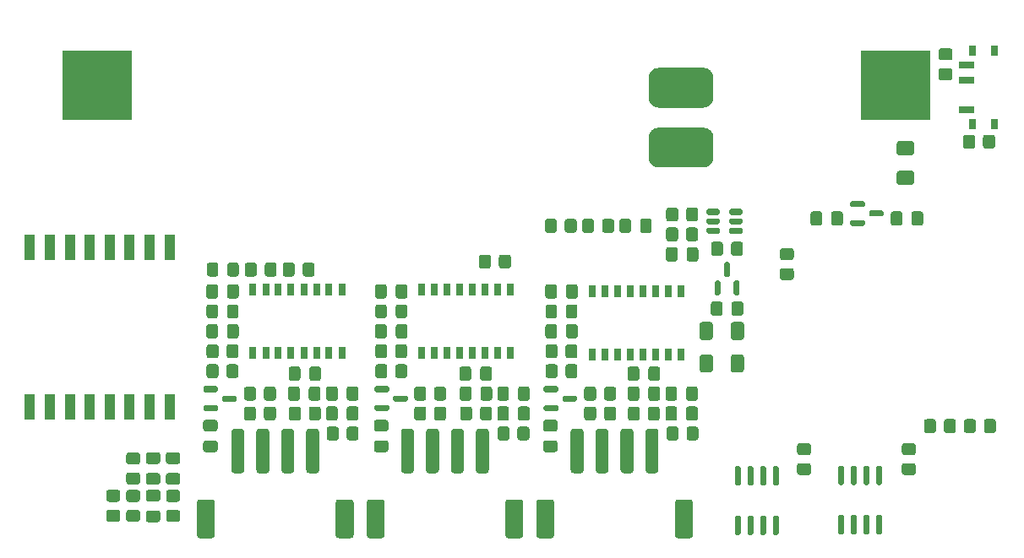
<source format=gbr>
G04 #@! TF.GenerationSoftware,KiCad,Pcbnew,6.0.7+dfsg-1~bpo11+1*
G04 #@! TF.ProjectId,wiscale,77697363-616c-4652-9e6b-696361645f70,1.0a*
G04 #@! TF.SameCoordinates,Original*
G04 #@! TF.FileFunction,Paste,Top*
G04 #@! TF.FilePolarity,Positive*
%FSLAX46Y46*%
G04 Gerber Fmt 4.6, Leading zero omitted, Abs format (unit mm)*
%MOMM*%
%LPD*%
G01*
G04 APERTURE LIST*
%ADD10R,1.100000X2.600000*%
%ADD11R,7.000000X7.000000*%
%ADD12R,1.500000X0.700000*%
%ADD13R,0.800000X1.000000*%
%ADD14R,0.800000X1.300000*%
G04 APERTURE END LIST*
G36*
G01*
X138612500Y-108606843D02*
X138612500Y-104756843D01*
G75*
G02*
X138937500Y-104431843I325000J0D01*
G01*
X139587500Y-104431843D01*
G75*
G02*
X139912500Y-104756843I0J-325000D01*
G01*
X139912500Y-108606843D01*
G75*
G02*
X139587500Y-108931843I-325000J0D01*
G01*
X138937500Y-108931843D01*
G75*
G02*
X138612500Y-108606843I0J325000D01*
G01*
G37*
G36*
G01*
X141112500Y-108606843D02*
X141112500Y-104756843D01*
G75*
G02*
X141437500Y-104431843I325000J0D01*
G01*
X142087500Y-104431843D01*
G75*
G02*
X142412500Y-104756843I0J-325000D01*
G01*
X142412500Y-108606843D01*
G75*
G02*
X142087500Y-108931843I-325000J0D01*
G01*
X141437500Y-108931843D01*
G75*
G02*
X141112500Y-108606843I0J325000D01*
G01*
G37*
G36*
G01*
X143612500Y-108606843D02*
X143612500Y-104756843D01*
G75*
G02*
X143937500Y-104431843I325000J0D01*
G01*
X144587500Y-104431843D01*
G75*
G02*
X144912500Y-104756843I0J-325000D01*
G01*
X144912500Y-108606843D01*
G75*
G02*
X144587500Y-108931843I-325000J0D01*
G01*
X143937500Y-108931843D01*
G75*
G02*
X143612500Y-108606843I0J325000D01*
G01*
G37*
G36*
G01*
X146112500Y-108606843D02*
X146112500Y-104756843D01*
G75*
G02*
X146437500Y-104431843I325000J0D01*
G01*
X147087500Y-104431843D01*
G75*
G02*
X147412500Y-104756843I0J-325000D01*
G01*
X147412500Y-108606843D01*
G75*
G02*
X147087500Y-108931843I-325000J0D01*
G01*
X146437500Y-108931843D01*
G75*
G02*
X146112500Y-108606843I0J325000D01*
G01*
G37*
G36*
G01*
X135162500Y-115131842D02*
X135162500Y-111831844D01*
G75*
G02*
X135462501Y-111531843I300001J0D01*
G01*
X136662499Y-111531843D01*
G75*
G02*
X136962500Y-111831844I0J-300001D01*
G01*
X136962500Y-115131842D01*
G75*
G02*
X136662499Y-115431843I-300001J0D01*
G01*
X135462501Y-115431843D01*
G75*
G02*
X135162500Y-115131842I0J300001D01*
G01*
G37*
G36*
G01*
X149062500Y-115131842D02*
X149062500Y-111831844D01*
G75*
G02*
X149362501Y-111531843I300001J0D01*
G01*
X150562499Y-111531843D01*
G75*
G02*
X150862500Y-111831844I0J-300001D01*
G01*
X150862500Y-115131842D01*
G75*
G02*
X150562499Y-115431843I-300001J0D01*
G01*
X149362501Y-115431843D01*
G75*
G02*
X149062500Y-115131842I0J300001D01*
G01*
G37*
D10*
X101420000Y-102250000D03*
X103420000Y-102250000D03*
X105420000Y-102250000D03*
X107420000Y-102250000D03*
X109420000Y-102250000D03*
X111420000Y-102250000D03*
X113420000Y-102250000D03*
X115420000Y-102250000D03*
X115420000Y-86250000D03*
X113420000Y-86250000D03*
X111420000Y-86250000D03*
X109420000Y-86250000D03*
X107420000Y-86250000D03*
X105420000Y-86250000D03*
X103420000Y-86250000D03*
X101420000Y-86250000D03*
G36*
G01*
X168532500Y-98551607D02*
X168532500Y-97251607D01*
G75*
G02*
X168782500Y-97001607I250000J0D01*
G01*
X169607500Y-97001607D01*
G75*
G02*
X169857500Y-97251607I0J-250000D01*
G01*
X169857500Y-98551607D01*
G75*
G02*
X169607500Y-98801607I-250000J0D01*
G01*
X168782500Y-98801607D01*
G75*
G02*
X168532500Y-98551607I0J250000D01*
G01*
G37*
G36*
G01*
X171657500Y-98551607D02*
X171657500Y-97251607D01*
G75*
G02*
X171907500Y-97001607I250000J0D01*
G01*
X172732500Y-97001607D01*
G75*
G02*
X172982500Y-97251607I0J-250000D01*
G01*
X172982500Y-98551607D01*
G75*
G02*
X172732500Y-98801607I-250000J0D01*
G01*
X171907500Y-98801607D01*
G75*
G02*
X171657500Y-98551607I0J250000D01*
G01*
G37*
G36*
G01*
X189950000Y-109100000D02*
X189050000Y-109100000D01*
G75*
G02*
X188800000Y-108850000I0J250000D01*
G01*
X188800000Y-108150000D01*
G75*
G02*
X189050000Y-107900000I250000J0D01*
G01*
X189950000Y-107900000D01*
G75*
G02*
X190200000Y-108150000I0J-250000D01*
G01*
X190200000Y-108850000D01*
G75*
G02*
X189950000Y-109100000I-250000J0D01*
G01*
G37*
G36*
G01*
X189950000Y-107100000D02*
X189050000Y-107100000D01*
G75*
G02*
X188800000Y-106850000I0J250000D01*
G01*
X188800000Y-106150000D01*
G75*
G02*
X189050000Y-105900000I250000J0D01*
G01*
X189950000Y-105900000D01*
G75*
G02*
X190200000Y-106150000I0J-250000D01*
G01*
X190200000Y-106850000D01*
G75*
G02*
X189950000Y-107100000I-250000J0D01*
G01*
G37*
G36*
G01*
X122325000Y-96227736D02*
X122325000Y-97127736D01*
G75*
G02*
X122075000Y-97377736I-250000J0D01*
G01*
X121375000Y-97377736D01*
G75*
G02*
X121125000Y-97127736I0J250000D01*
G01*
X121125000Y-96227736D01*
G75*
G02*
X121375000Y-95977736I250000J0D01*
G01*
X122075000Y-95977736D01*
G75*
G02*
X122325000Y-96227736I0J-250000D01*
G01*
G37*
G36*
G01*
X120325000Y-96227736D02*
X120325000Y-97127736D01*
G75*
G02*
X120075000Y-97377736I-250000J0D01*
G01*
X119375000Y-97377736D01*
G75*
G02*
X119125000Y-97127736I0J250000D01*
G01*
X119125000Y-96227736D01*
G75*
G02*
X119375000Y-95977736I250000J0D01*
G01*
X120075000Y-95977736D01*
G75*
G02*
X120325000Y-96227736I0J-250000D01*
G01*
G37*
G36*
G01*
X149620000Y-87235714D02*
X149620000Y-88135714D01*
G75*
G02*
X149370000Y-88385714I-250000J0D01*
G01*
X148670000Y-88385714D01*
G75*
G02*
X148420000Y-88135714I0J250000D01*
G01*
X148420000Y-87235714D01*
G75*
G02*
X148670000Y-86985714I250000J0D01*
G01*
X149370000Y-86985714D01*
G75*
G02*
X149620000Y-87235714I0J-250000D01*
G01*
G37*
G36*
G01*
X147620000Y-87235714D02*
X147620000Y-88135714D01*
G75*
G02*
X147370000Y-88385714I-250000J0D01*
G01*
X146670000Y-88385714D01*
G75*
G02*
X146420000Y-88135714I0J250000D01*
G01*
X146420000Y-87235714D01*
G75*
G02*
X146670000Y-86985714I250000J0D01*
G01*
X147370000Y-86985714D01*
G75*
G02*
X147620000Y-87235714I0J-250000D01*
G01*
G37*
G36*
G01*
X165107679Y-103402736D02*
X165107679Y-102452736D01*
G75*
G02*
X165357679Y-102202736I250000J0D01*
G01*
X166032679Y-102202736D01*
G75*
G02*
X166282679Y-102452736I0J-250000D01*
G01*
X166282679Y-103402736D01*
G75*
G02*
X166032679Y-103652736I-250000J0D01*
G01*
X165357679Y-103652736D01*
G75*
G02*
X165107679Y-103402736I0J250000D01*
G01*
G37*
G36*
G01*
X167182679Y-103402736D02*
X167182679Y-102452736D01*
G75*
G02*
X167432679Y-102202736I250000J0D01*
G01*
X168107679Y-102202736D01*
G75*
G02*
X168357679Y-102452736I0J-250000D01*
G01*
X168357679Y-103402736D01*
G75*
G02*
X168107679Y-103652736I-250000J0D01*
G01*
X167432679Y-103652736D01*
G75*
G02*
X167182679Y-103402736I0J250000D01*
G01*
G37*
G36*
G01*
X179645000Y-83837500D02*
X179645000Y-82887500D01*
G75*
G02*
X179895000Y-82637500I250000J0D01*
G01*
X180570000Y-82637500D01*
G75*
G02*
X180820000Y-82887500I0J-250000D01*
G01*
X180820000Y-83837500D01*
G75*
G02*
X180570000Y-84087500I-250000J0D01*
G01*
X179895000Y-84087500D01*
G75*
G02*
X179645000Y-83837500I0J250000D01*
G01*
G37*
G36*
G01*
X181720000Y-83837500D02*
X181720000Y-82887500D01*
G75*
G02*
X181970000Y-82637500I250000J0D01*
G01*
X182645000Y-82637500D01*
G75*
G02*
X182895000Y-82887500I0J-250000D01*
G01*
X182895000Y-83837500D01*
G75*
G02*
X182645000Y-84087500I-250000J0D01*
G01*
X181970000Y-84087500D01*
G75*
G02*
X181720000Y-83837500I0J250000D01*
G01*
G37*
G36*
G01*
X116245000Y-110060714D02*
X115295000Y-110060714D01*
G75*
G02*
X115045000Y-109810714I0J250000D01*
G01*
X115045000Y-109135714D01*
G75*
G02*
X115295000Y-108885714I250000J0D01*
G01*
X116245000Y-108885714D01*
G75*
G02*
X116495000Y-109135714I0J-250000D01*
G01*
X116495000Y-109810714D01*
G75*
G02*
X116245000Y-110060714I-250000J0D01*
G01*
G37*
G36*
G01*
X116245000Y-107985714D02*
X115295000Y-107985714D01*
G75*
G02*
X115045000Y-107735714I0J250000D01*
G01*
X115045000Y-107060714D01*
G75*
G02*
X115295000Y-106810714I250000J0D01*
G01*
X116245000Y-106810714D01*
G75*
G02*
X116495000Y-107060714I0J-250000D01*
G01*
X116495000Y-107735714D01*
G75*
G02*
X116245000Y-107985714I-250000J0D01*
G01*
G37*
G36*
G01*
X165157500Y-87437500D02*
X165157500Y-86487500D01*
G75*
G02*
X165407500Y-86237500I250000J0D01*
G01*
X166082500Y-86237500D01*
G75*
G02*
X166332500Y-86487500I0J-250000D01*
G01*
X166332500Y-87437500D01*
G75*
G02*
X166082500Y-87687500I-250000J0D01*
G01*
X165407500Y-87687500D01*
G75*
G02*
X165157500Y-87437500I0J250000D01*
G01*
G37*
G36*
G01*
X167232500Y-87437500D02*
X167232500Y-86487500D01*
G75*
G02*
X167482500Y-86237500I250000J0D01*
G01*
X168157500Y-86237500D01*
G75*
G02*
X168407500Y-86487500I0J-250000D01*
G01*
X168407500Y-87437500D01*
G75*
G02*
X168157500Y-87687500I-250000J0D01*
G01*
X167482500Y-87687500D01*
G75*
G02*
X167232500Y-87437500I0J250000D01*
G01*
G37*
G36*
G01*
X136030893Y-99127736D02*
X136030893Y-98227736D01*
G75*
G02*
X136280893Y-97977736I250000J0D01*
G01*
X136980893Y-97977736D01*
G75*
G02*
X137230893Y-98227736I0J-250000D01*
G01*
X137230893Y-99127736D01*
G75*
G02*
X136980893Y-99377736I-250000J0D01*
G01*
X136280893Y-99377736D01*
G75*
G02*
X136030893Y-99127736I0J250000D01*
G01*
G37*
G36*
G01*
X138030893Y-99127736D02*
X138030893Y-98227736D01*
G75*
G02*
X138280893Y-97977736I250000J0D01*
G01*
X138980893Y-97977736D01*
G75*
G02*
X139230893Y-98227736I0J-250000D01*
G01*
X139230893Y-99127736D01*
G75*
G02*
X138980893Y-99377736I-250000J0D01*
G01*
X138280893Y-99377736D01*
G75*
G02*
X138030893Y-99127736I0J250000D01*
G01*
G37*
G36*
G01*
X161320179Y-99402736D02*
X161320179Y-98452736D01*
G75*
G02*
X161570179Y-98202736I250000J0D01*
G01*
X162245179Y-98202736D01*
G75*
G02*
X162495179Y-98452736I0J-250000D01*
G01*
X162495179Y-99402736D01*
G75*
G02*
X162245179Y-99652736I-250000J0D01*
G01*
X161570179Y-99652736D01*
G75*
G02*
X161320179Y-99402736I0J250000D01*
G01*
G37*
G36*
G01*
X163395179Y-99402736D02*
X163395179Y-98452736D01*
G75*
G02*
X163645179Y-98202736I250000J0D01*
G01*
X164320179Y-98202736D01*
G75*
G02*
X164570179Y-98452736I0J-250000D01*
G01*
X164570179Y-99402736D01*
G75*
G02*
X164320179Y-99652736I-250000J0D01*
G01*
X163645179Y-99652736D01*
G75*
G02*
X163395179Y-99402736I0J250000D01*
G01*
G37*
G36*
G01*
X163737500Y-83625000D02*
X163737500Y-84575000D01*
G75*
G02*
X163487500Y-84825000I-250000J0D01*
G01*
X162812500Y-84825000D01*
G75*
G02*
X162562500Y-84575000I0J250000D01*
G01*
X162562500Y-83625000D01*
G75*
G02*
X162812500Y-83375000I250000J0D01*
G01*
X163487500Y-83375000D01*
G75*
G02*
X163737500Y-83625000I0J-250000D01*
G01*
G37*
G36*
G01*
X161662500Y-83625000D02*
X161662500Y-84575000D01*
G75*
G02*
X161412500Y-84825000I-250000J0D01*
G01*
X160737500Y-84825000D01*
G75*
G02*
X160487500Y-84575000I0J250000D01*
G01*
X160487500Y-83625000D01*
G75*
G02*
X160737500Y-83375000I250000J0D01*
G01*
X161412500Y-83375000D01*
G75*
G02*
X161662500Y-83625000I0J-250000D01*
G01*
G37*
D11*
X188170000Y-70000000D03*
X108170000Y-70000000D03*
G36*
G01*
X137105893Y-106802736D02*
X136155893Y-106802736D01*
G75*
G02*
X135905893Y-106552736I0J250000D01*
G01*
X135905893Y-105877736D01*
G75*
G02*
X136155893Y-105627736I250000J0D01*
G01*
X137105893Y-105627736D01*
G75*
G02*
X137355893Y-105877736I0J-250000D01*
G01*
X137355893Y-106552736D01*
G75*
G02*
X137105893Y-106802736I-250000J0D01*
G01*
G37*
G36*
G01*
X137105893Y-104727736D02*
X136155893Y-104727736D01*
G75*
G02*
X135905893Y-104477736I0J250000D01*
G01*
X135905893Y-103802736D01*
G75*
G02*
X136155893Y-103552736I250000J0D01*
G01*
X137105893Y-103552736D01*
G75*
G02*
X137355893Y-103802736I0J-250000D01*
G01*
X137355893Y-104477736D01*
G75*
G02*
X137105893Y-104727736I-250000J0D01*
G01*
G37*
G36*
G01*
X169920000Y-69250000D02*
X169920000Y-71250000D01*
G75*
G02*
X168920000Y-72250000I-1000000J0D01*
G01*
X164420000Y-72250000D01*
G75*
G02*
X163420000Y-71250000I0J1000000D01*
G01*
X163420000Y-69250000D01*
G75*
G02*
X164420000Y-68250000I1000000J0D01*
G01*
X168920000Y-68250000D01*
G75*
G02*
X169920000Y-69250000I0J-1000000D01*
G01*
G37*
G36*
G01*
X169920000Y-75250000D02*
X169920000Y-77250000D01*
G75*
G02*
X168920000Y-78250000I-1000000J0D01*
G01*
X164420000Y-78250000D01*
G75*
G02*
X163420000Y-77250000I0J1000000D01*
G01*
X163420000Y-75250000D01*
G75*
G02*
X164420000Y-74250000I1000000J0D01*
G01*
X168920000Y-74250000D01*
G75*
G02*
X169920000Y-75250000I0J-1000000D01*
G01*
G37*
G36*
G01*
X151480893Y-104477736D02*
X151480893Y-105377736D01*
G75*
G02*
X151230893Y-105627736I-250000J0D01*
G01*
X150530893Y-105627736D01*
G75*
G02*
X150280893Y-105377736I0J250000D01*
G01*
X150280893Y-104477736D01*
G75*
G02*
X150530893Y-104227736I250000J0D01*
G01*
X151230893Y-104227736D01*
G75*
G02*
X151480893Y-104477736I0J-250000D01*
G01*
G37*
G36*
G01*
X149480893Y-104477736D02*
X149480893Y-105377736D01*
G75*
G02*
X149230893Y-105627736I-250000J0D01*
G01*
X148530893Y-105627736D01*
G75*
G02*
X148280893Y-105377736I0J250000D01*
G01*
X148280893Y-104477736D01*
G75*
G02*
X148530893Y-104227736I250000J0D01*
G01*
X149230893Y-104227736D01*
G75*
G02*
X149480893Y-104477736I0J-250000D01*
G01*
G37*
G36*
G01*
X192735000Y-66300714D02*
X193635000Y-66300714D01*
G75*
G02*
X193885000Y-66550714I0J-250000D01*
G01*
X193885000Y-67250714D01*
G75*
G02*
X193635000Y-67500714I-250000J0D01*
G01*
X192735000Y-67500714D01*
G75*
G02*
X192485000Y-67250714I0J250000D01*
G01*
X192485000Y-66550714D01*
G75*
G02*
X192735000Y-66300714I250000J0D01*
G01*
G37*
G36*
G01*
X192735000Y-68300714D02*
X193635000Y-68300714D01*
G75*
G02*
X193885000Y-68550714I0J-250000D01*
G01*
X193885000Y-69250714D01*
G75*
G02*
X193635000Y-69500714I-250000J0D01*
G01*
X192735000Y-69500714D01*
G75*
G02*
X192485000Y-69250714I0J250000D01*
G01*
X192485000Y-68550714D01*
G75*
G02*
X192735000Y-68300714I250000J0D01*
G01*
G37*
G36*
G01*
X119100000Y-95152736D02*
X119100000Y-94202736D01*
G75*
G02*
X119350000Y-93952736I250000J0D01*
G01*
X120025000Y-93952736D01*
G75*
G02*
X120275000Y-94202736I0J-250000D01*
G01*
X120275000Y-95152736D01*
G75*
G02*
X120025000Y-95402736I-250000J0D01*
G01*
X119350000Y-95402736D01*
G75*
G02*
X119100000Y-95152736I0J250000D01*
G01*
G37*
G36*
G01*
X121175000Y-95152736D02*
X121175000Y-94202736D01*
G75*
G02*
X121425000Y-93952736I250000J0D01*
G01*
X122100000Y-93952736D01*
G75*
G02*
X122350000Y-94202736I0J-250000D01*
G01*
X122350000Y-95152736D01*
G75*
G02*
X122100000Y-95402736I-250000J0D01*
G01*
X121425000Y-95402736D01*
G75*
G02*
X121175000Y-95152736I0J250000D01*
G01*
G37*
G36*
G01*
X135955893Y-100627736D02*
X135955893Y-100327736D01*
G75*
G02*
X136105893Y-100177736I150000J0D01*
G01*
X137280893Y-100177736D01*
G75*
G02*
X137430893Y-100327736I0J-150000D01*
G01*
X137430893Y-100627736D01*
G75*
G02*
X137280893Y-100777736I-150000J0D01*
G01*
X136105893Y-100777736D01*
G75*
G02*
X135955893Y-100627736I0J150000D01*
G01*
G37*
G36*
G01*
X135955893Y-102527736D02*
X135955893Y-102227736D01*
G75*
G02*
X136105893Y-102077736I150000J0D01*
G01*
X137280893Y-102077736D01*
G75*
G02*
X137430893Y-102227736I0J-150000D01*
G01*
X137430893Y-102527736D01*
G75*
G02*
X137280893Y-102677736I-150000J0D01*
G01*
X136105893Y-102677736D01*
G75*
G02*
X135955893Y-102527736I0J150000D01*
G01*
G37*
G36*
G01*
X137830893Y-101577736D02*
X137830893Y-101277736D01*
G75*
G02*
X137980893Y-101127736I150000J0D01*
G01*
X139155893Y-101127736D01*
G75*
G02*
X139305893Y-101277736I0J-150000D01*
G01*
X139305893Y-101577736D01*
G75*
G02*
X139155893Y-101727736I-150000J0D01*
G01*
X137980893Y-101727736D01*
G75*
G02*
X137830893Y-101577736I0J150000D01*
G01*
G37*
D12*
X195255000Y-72465000D03*
X195255000Y-69465000D03*
X195255000Y-67965000D03*
D13*
X195905000Y-66565000D03*
X195905000Y-73865000D03*
X198115000Y-73865000D03*
X198115000Y-66565000D03*
G36*
G01*
X156295179Y-96227736D02*
X156295179Y-97127736D01*
G75*
G02*
X156045179Y-97377736I-250000J0D01*
G01*
X155345179Y-97377736D01*
G75*
G02*
X155095179Y-97127736I0J250000D01*
G01*
X155095179Y-96227736D01*
G75*
G02*
X155345179Y-95977736I250000J0D01*
G01*
X156045179Y-95977736D01*
G75*
G02*
X156295179Y-96227736I0J-250000D01*
G01*
G37*
G36*
G01*
X154295179Y-96227736D02*
X154295179Y-97127736D01*
G75*
G02*
X154045179Y-97377736I-250000J0D01*
G01*
X153345179Y-97377736D01*
G75*
G02*
X153095179Y-97127736I0J250000D01*
G01*
X153095179Y-96227736D01*
G75*
G02*
X153345179Y-95977736I250000J0D01*
G01*
X154045179Y-95977736D01*
G75*
G02*
X154295179Y-96227736I0J-250000D01*
G01*
G37*
G36*
G01*
X118800000Y-100627736D02*
X118800000Y-100327736D01*
G75*
G02*
X118950000Y-100177736I150000J0D01*
G01*
X120125000Y-100177736D01*
G75*
G02*
X120275000Y-100327736I0J-150000D01*
G01*
X120275000Y-100627736D01*
G75*
G02*
X120125000Y-100777736I-150000J0D01*
G01*
X118950000Y-100777736D01*
G75*
G02*
X118800000Y-100627736I0J150000D01*
G01*
G37*
G36*
G01*
X118800000Y-102527736D02*
X118800000Y-102227736D01*
G75*
G02*
X118950000Y-102077736I150000J0D01*
G01*
X120125000Y-102077736D01*
G75*
G02*
X120275000Y-102227736I0J-150000D01*
G01*
X120275000Y-102527736D01*
G75*
G02*
X120125000Y-102677736I-150000J0D01*
G01*
X118950000Y-102677736D01*
G75*
G02*
X118800000Y-102527736I0J150000D01*
G01*
G37*
G36*
G01*
X120675000Y-101577736D02*
X120675000Y-101277736D01*
G75*
G02*
X120825000Y-101127736I150000J0D01*
G01*
X122000000Y-101127736D01*
G75*
G02*
X122150000Y-101277736I0J-150000D01*
G01*
X122150000Y-101577736D01*
G75*
G02*
X122000000Y-101727736I-150000J0D01*
G01*
X120825000Y-101727736D01*
G75*
G02*
X120675000Y-101577736I0J150000D01*
G01*
G37*
G36*
G01*
X165182500Y-83412500D02*
X165182500Y-82512500D01*
G75*
G02*
X165432500Y-82262500I250000J0D01*
G01*
X166132500Y-82262500D01*
G75*
G02*
X166382500Y-82512500I0J-250000D01*
G01*
X166382500Y-83412500D01*
G75*
G02*
X166132500Y-83662500I-250000J0D01*
G01*
X165432500Y-83662500D01*
G75*
G02*
X165182500Y-83412500I0J250000D01*
G01*
G37*
G36*
G01*
X167182500Y-83412500D02*
X167182500Y-82512500D01*
G75*
G02*
X167432500Y-82262500I250000J0D01*
G01*
X168132500Y-82262500D01*
G75*
G02*
X168382500Y-82512500I0J-250000D01*
G01*
X168382500Y-83412500D01*
G75*
G02*
X168132500Y-83662500I-250000J0D01*
G01*
X167432500Y-83662500D01*
G75*
G02*
X167182500Y-83412500I0J250000D01*
G01*
G37*
D14*
X140680893Y-96827736D03*
X141960893Y-96827736D03*
X143220893Y-96827736D03*
X144490893Y-96827736D03*
X145770893Y-96827736D03*
X147040893Y-96827736D03*
X148300893Y-96827736D03*
X149580893Y-96827736D03*
X149580893Y-90527736D03*
X148300893Y-90527736D03*
X147040893Y-90527736D03*
X145770893Y-90527736D03*
X144490893Y-90527736D03*
X143220893Y-90527736D03*
X141960893Y-90527736D03*
X140680893Y-90527736D03*
G36*
G01*
X136030893Y-93127736D02*
X136030893Y-92227736D01*
G75*
G02*
X136280893Y-91977736I250000J0D01*
G01*
X136930893Y-91977736D01*
G75*
G02*
X137180893Y-92227736I0J-250000D01*
G01*
X137180893Y-93127736D01*
G75*
G02*
X136930893Y-93377736I-250000J0D01*
G01*
X136280893Y-93377736D01*
G75*
G02*
X136030893Y-93127736I0J250000D01*
G01*
G37*
G36*
G01*
X138080893Y-93127736D02*
X138080893Y-92227736D01*
G75*
G02*
X138330893Y-91977736I250000J0D01*
G01*
X138980893Y-91977736D01*
G75*
G02*
X139230893Y-92227736I0J-250000D01*
G01*
X139230893Y-93127736D01*
G75*
G02*
X138980893Y-93377736I-250000J0D01*
G01*
X138330893Y-93377736D01*
G75*
G02*
X138080893Y-93127736I0J250000D01*
G01*
G37*
G36*
G01*
X153095179Y-93127736D02*
X153095179Y-92227736D01*
G75*
G02*
X153345179Y-91977736I250000J0D01*
G01*
X153995179Y-91977736D01*
G75*
G02*
X154245179Y-92227736I0J-250000D01*
G01*
X154245179Y-93127736D01*
G75*
G02*
X153995179Y-93377736I-250000J0D01*
G01*
X153345179Y-93377736D01*
G75*
G02*
X153095179Y-93127736I0J250000D01*
G01*
G37*
G36*
G01*
X155145179Y-93127736D02*
X155145179Y-92227736D01*
G75*
G02*
X155395179Y-91977736I250000J0D01*
G01*
X156045179Y-91977736D01*
G75*
G02*
X156295179Y-92227736I0J-250000D01*
G01*
X156295179Y-93127736D01*
G75*
G02*
X156045179Y-93377736I-250000J0D01*
G01*
X155395179Y-93377736D01*
G75*
G02*
X155145179Y-93127736I0J250000D01*
G01*
G37*
G36*
G01*
X169657500Y-92875000D02*
X169657500Y-91925000D01*
G75*
G02*
X169907500Y-91675000I250000J0D01*
G01*
X170582500Y-91675000D01*
G75*
G02*
X170832500Y-91925000I0J-250000D01*
G01*
X170832500Y-92875000D01*
G75*
G02*
X170582500Y-93125000I-250000J0D01*
G01*
X169907500Y-93125000D01*
G75*
G02*
X169657500Y-92875000I0J250000D01*
G01*
G37*
G36*
G01*
X171732500Y-92875000D02*
X171732500Y-91925000D01*
G75*
G02*
X171982500Y-91675000I250000J0D01*
G01*
X172657500Y-91675000D01*
G75*
G02*
X172907500Y-91925000I0J-250000D01*
G01*
X172907500Y-92875000D01*
G75*
G02*
X172657500Y-93125000I-250000J0D01*
G01*
X171982500Y-93125000D01*
G75*
G02*
X171732500Y-92875000I0J250000D01*
G01*
G37*
G36*
G01*
X114245000Y-113825000D02*
X113295000Y-113825000D01*
G75*
G02*
X113045000Y-113575000I0J250000D01*
G01*
X113045000Y-112900000D01*
G75*
G02*
X113295000Y-112650000I250000J0D01*
G01*
X114245000Y-112650000D01*
G75*
G02*
X114495000Y-112900000I0J-250000D01*
G01*
X114495000Y-113575000D01*
G75*
G02*
X114245000Y-113825000I-250000J0D01*
G01*
G37*
G36*
G01*
X114245000Y-111750000D02*
X113295000Y-111750000D01*
G75*
G02*
X113045000Y-111500000I0J250000D01*
G01*
X113045000Y-110825000D01*
G75*
G02*
X113295000Y-110575000I250000J0D01*
G01*
X114245000Y-110575000D01*
G75*
G02*
X114495000Y-110825000I0J-250000D01*
G01*
X114495000Y-111500000D01*
G75*
G02*
X114245000Y-111750000I-250000J0D01*
G01*
G37*
G36*
G01*
X144468393Y-99402736D02*
X144468393Y-98452736D01*
G75*
G02*
X144718393Y-98202736I250000J0D01*
G01*
X145393393Y-98202736D01*
G75*
G02*
X145643393Y-98452736I0J-250000D01*
G01*
X145643393Y-99402736D01*
G75*
G02*
X145393393Y-99652736I-250000J0D01*
G01*
X144718393Y-99652736D01*
G75*
G02*
X144468393Y-99402736I0J250000D01*
G01*
G37*
G36*
G01*
X146543393Y-99402736D02*
X146543393Y-98452736D01*
G75*
G02*
X146793393Y-98202736I250000J0D01*
G01*
X147468393Y-98202736D01*
G75*
G02*
X147718393Y-98452736I0J-250000D01*
G01*
X147718393Y-99402736D01*
G75*
G02*
X147468393Y-99652736I-250000J0D01*
G01*
X146793393Y-99652736D01*
G75*
G02*
X146543393Y-99402736I0J250000D01*
G01*
G37*
G36*
G01*
X147745000Y-100452736D02*
X147745000Y-101402736D01*
G75*
G02*
X147495000Y-101652736I-250000J0D01*
G01*
X146820000Y-101652736D01*
G75*
G02*
X146570000Y-101402736I0J250000D01*
G01*
X146570000Y-100452736D01*
G75*
G02*
X146820000Y-100202736I250000J0D01*
G01*
X147495000Y-100202736D01*
G75*
G02*
X147745000Y-100452736I0J-250000D01*
G01*
G37*
G36*
G01*
X145670000Y-100452736D02*
X145670000Y-101402736D01*
G75*
G02*
X145420000Y-101652736I-250000J0D01*
G01*
X144745000Y-101652736D01*
G75*
G02*
X144495000Y-101402736I0J250000D01*
G01*
X144495000Y-100452736D01*
G75*
G02*
X144745000Y-100202736I250000J0D01*
G01*
X145420000Y-100202736D01*
G75*
G02*
X145670000Y-100452736I0J-250000D01*
G01*
G37*
G36*
G01*
X119125000Y-93127736D02*
X119125000Y-92227736D01*
G75*
G02*
X119375000Y-91977736I250000J0D01*
G01*
X120025000Y-91977736D01*
G75*
G02*
X120275000Y-92227736I0J-250000D01*
G01*
X120275000Y-93127736D01*
G75*
G02*
X120025000Y-93377736I-250000J0D01*
G01*
X119375000Y-93377736D01*
G75*
G02*
X119125000Y-93127736I0J250000D01*
G01*
G37*
G36*
G01*
X121175000Y-93127736D02*
X121175000Y-92227736D01*
G75*
G02*
X121425000Y-91977736I250000J0D01*
G01*
X122075000Y-91977736D01*
G75*
G02*
X122325000Y-92227736I0J-250000D01*
G01*
X122325000Y-93127736D01*
G75*
G02*
X122075000Y-93377736I-250000J0D01*
G01*
X121425000Y-93377736D01*
G75*
G02*
X121175000Y-93127736I0J250000D01*
G01*
G37*
X123775000Y-96827736D03*
X125055000Y-96827736D03*
X126315000Y-96827736D03*
X127585000Y-96827736D03*
X128865000Y-96827736D03*
X130135000Y-96827736D03*
X131395000Y-96827736D03*
X132675000Y-96827736D03*
X132675000Y-90527736D03*
X131395000Y-90527736D03*
X130135000Y-90527736D03*
X128865000Y-90527736D03*
X127585000Y-90527736D03*
X126315000Y-90527736D03*
X125055000Y-90527736D03*
X123775000Y-90527736D03*
G36*
G01*
X139930893Y-101377736D02*
X139930893Y-100477736D01*
G75*
G02*
X140180893Y-100227736I250000J0D01*
G01*
X140880893Y-100227736D01*
G75*
G02*
X141130893Y-100477736I0J-250000D01*
G01*
X141130893Y-101377736D01*
G75*
G02*
X140880893Y-101627736I-250000J0D01*
G01*
X140180893Y-101627736D01*
G75*
G02*
X139930893Y-101377736I0J250000D01*
G01*
G37*
G36*
G01*
X141930893Y-101377736D02*
X141930893Y-100477736D01*
G75*
G02*
X142180893Y-100227736I250000J0D01*
G01*
X142880893Y-100227736D01*
G75*
G02*
X143130893Y-100477736I0J-250000D01*
G01*
X143130893Y-101377736D01*
G75*
G02*
X142880893Y-101627736I-250000J0D01*
G01*
X142180893Y-101627736D01*
G75*
G02*
X141930893Y-101377736I0J250000D01*
G01*
G37*
G36*
G01*
X127350000Y-99402736D02*
X127350000Y-98452736D01*
G75*
G02*
X127600000Y-98202736I250000J0D01*
G01*
X128275000Y-98202736D01*
G75*
G02*
X128525000Y-98452736I0J-250000D01*
G01*
X128525000Y-99402736D01*
G75*
G02*
X128275000Y-99652736I-250000J0D01*
G01*
X127600000Y-99652736D01*
G75*
G02*
X127350000Y-99402736I0J250000D01*
G01*
G37*
G36*
G01*
X129425000Y-99402736D02*
X129425000Y-98452736D01*
G75*
G02*
X129675000Y-98202736I250000J0D01*
G01*
X130350000Y-98202736D01*
G75*
G02*
X130600000Y-98452736I0J-250000D01*
G01*
X130600000Y-99402736D01*
G75*
G02*
X130350000Y-99652736I-250000J0D01*
G01*
X129675000Y-99652736D01*
G75*
G02*
X129425000Y-99402736I0J250000D01*
G01*
G37*
G36*
G01*
X153095179Y-99127736D02*
X153095179Y-98227736D01*
G75*
G02*
X153345179Y-97977736I250000J0D01*
G01*
X154045179Y-97977736D01*
G75*
G02*
X154295179Y-98227736I0J-250000D01*
G01*
X154295179Y-99127736D01*
G75*
G02*
X154045179Y-99377736I-250000J0D01*
G01*
X153345179Y-99377736D01*
G75*
G02*
X153095179Y-99127736I0J250000D01*
G01*
G37*
G36*
G01*
X155095179Y-99127736D02*
X155095179Y-98227736D01*
G75*
G02*
X155345179Y-97977736I250000J0D01*
G01*
X156045179Y-97977736D01*
G75*
G02*
X156295179Y-98227736I0J-250000D01*
G01*
X156295179Y-99127736D01*
G75*
G02*
X156045179Y-99377736I-250000J0D01*
G01*
X155345179Y-99377736D01*
G75*
G02*
X155095179Y-99127736I0J250000D01*
G01*
G37*
G36*
G01*
X172882500Y-85950000D02*
X172882500Y-86850000D01*
G75*
G02*
X172632500Y-87100000I-250000J0D01*
G01*
X171932500Y-87100000D01*
G75*
G02*
X171682500Y-86850000I0J250000D01*
G01*
X171682500Y-85950000D01*
G75*
G02*
X171932500Y-85700000I250000J0D01*
G01*
X172632500Y-85700000D01*
G75*
G02*
X172882500Y-85950000I0J-250000D01*
G01*
G37*
G36*
G01*
X170882500Y-85950000D02*
X170882500Y-86850000D01*
G75*
G02*
X170632500Y-87100000I-250000J0D01*
G01*
X169932500Y-87100000D01*
G75*
G02*
X169682500Y-86850000I0J250000D01*
G01*
X169682500Y-85950000D01*
G75*
G02*
X169932500Y-85700000I250000J0D01*
G01*
X170632500Y-85700000D01*
G75*
G02*
X170882500Y-85950000I0J-250000D01*
G01*
G37*
G36*
G01*
X131100000Y-103402736D02*
X131100000Y-102452736D01*
G75*
G02*
X131350000Y-102202736I250000J0D01*
G01*
X132025000Y-102202736D01*
G75*
G02*
X132275000Y-102452736I0J-250000D01*
G01*
X132275000Y-103402736D01*
G75*
G02*
X132025000Y-103652736I-250000J0D01*
G01*
X131350000Y-103652736D01*
G75*
G02*
X131100000Y-103402736I0J250000D01*
G01*
G37*
G36*
G01*
X133175000Y-103402736D02*
X133175000Y-102452736D01*
G75*
G02*
X133425000Y-102202736I250000J0D01*
G01*
X134100000Y-102202736D01*
G75*
G02*
X134350000Y-102452736I0J-250000D01*
G01*
X134350000Y-103402736D01*
G75*
G02*
X134100000Y-103652736I-250000J0D01*
G01*
X133425000Y-103652736D01*
G75*
G02*
X133175000Y-103402736I0J250000D01*
G01*
G37*
G36*
G01*
X155612500Y-108606843D02*
X155612500Y-104756843D01*
G75*
G02*
X155937500Y-104431843I325000J0D01*
G01*
X156587500Y-104431843D01*
G75*
G02*
X156912500Y-104756843I0J-325000D01*
G01*
X156912500Y-108606843D01*
G75*
G02*
X156587500Y-108931843I-325000J0D01*
G01*
X155937500Y-108931843D01*
G75*
G02*
X155612500Y-108606843I0J325000D01*
G01*
G37*
G36*
G01*
X158112500Y-108606843D02*
X158112500Y-104756843D01*
G75*
G02*
X158437500Y-104431843I325000J0D01*
G01*
X159087500Y-104431843D01*
G75*
G02*
X159412500Y-104756843I0J-325000D01*
G01*
X159412500Y-108606843D01*
G75*
G02*
X159087500Y-108931843I-325000J0D01*
G01*
X158437500Y-108931843D01*
G75*
G02*
X158112500Y-108606843I0J325000D01*
G01*
G37*
G36*
G01*
X160612500Y-108606843D02*
X160612500Y-104756843D01*
G75*
G02*
X160937500Y-104431843I325000J0D01*
G01*
X161587500Y-104431843D01*
G75*
G02*
X161912500Y-104756843I0J-325000D01*
G01*
X161912500Y-108606843D01*
G75*
G02*
X161587500Y-108931843I-325000J0D01*
G01*
X160937500Y-108931843D01*
G75*
G02*
X160612500Y-108606843I0J325000D01*
G01*
G37*
G36*
G01*
X163112500Y-108606843D02*
X163112500Y-104756843D01*
G75*
G02*
X163437500Y-104431843I325000J0D01*
G01*
X164087500Y-104431843D01*
G75*
G02*
X164412500Y-104756843I0J-325000D01*
G01*
X164412500Y-108606843D01*
G75*
G02*
X164087500Y-108931843I-325000J0D01*
G01*
X163437500Y-108931843D01*
G75*
G02*
X163112500Y-108606843I0J325000D01*
G01*
G37*
G36*
G01*
X166062500Y-115131842D02*
X166062500Y-111831844D01*
G75*
G02*
X166362501Y-111531843I300001J0D01*
G01*
X167562499Y-111531843D01*
G75*
G02*
X167862500Y-111831844I0J-300001D01*
G01*
X167862500Y-115131842D01*
G75*
G02*
X167562499Y-115431843I-300001J0D01*
G01*
X166362501Y-115431843D01*
G75*
G02*
X166062500Y-115131842I0J300001D01*
G01*
G37*
G36*
G01*
X152162500Y-115131842D02*
X152162500Y-111831844D01*
G75*
G02*
X152462501Y-111531843I300001J0D01*
G01*
X153662499Y-111531843D01*
G75*
G02*
X153962500Y-111831844I0J-300001D01*
G01*
X153962500Y-115131842D01*
G75*
G02*
X153662499Y-115431843I-300001J0D01*
G01*
X152462501Y-115431843D01*
G75*
G02*
X152162500Y-115131842I0J300001D01*
G01*
G37*
G36*
G01*
X154055893Y-106802736D02*
X153105893Y-106802736D01*
G75*
G02*
X152855893Y-106552736I0J250000D01*
G01*
X152855893Y-105877736D01*
G75*
G02*
X153105893Y-105627736I250000J0D01*
G01*
X154055893Y-105627736D01*
G75*
G02*
X154305893Y-105877736I0J-250000D01*
G01*
X154305893Y-106552736D01*
G75*
G02*
X154055893Y-106802736I-250000J0D01*
G01*
G37*
G36*
G01*
X154055893Y-104727736D02*
X153105893Y-104727736D01*
G75*
G02*
X152855893Y-104477736I0J250000D01*
G01*
X152855893Y-103802736D01*
G75*
G02*
X153105893Y-103552736I250000J0D01*
G01*
X154055893Y-103552736D01*
G75*
G02*
X154305893Y-103802736I0J-250000D01*
G01*
X154305893Y-104477736D01*
G75*
G02*
X154055893Y-104727736I-250000J0D01*
G01*
G37*
G36*
G01*
X194222500Y-103735714D02*
X194222500Y-104635714D01*
G75*
G02*
X193972500Y-104885714I-250000J0D01*
G01*
X193272500Y-104885714D01*
G75*
G02*
X193022500Y-104635714I0J250000D01*
G01*
X193022500Y-103735714D01*
G75*
G02*
X193272500Y-103485714I250000J0D01*
G01*
X193972500Y-103485714D01*
G75*
G02*
X194222500Y-103735714I0J-250000D01*
G01*
G37*
G36*
G01*
X192222500Y-103735714D02*
X192222500Y-104635714D01*
G75*
G02*
X191972500Y-104885714I-250000J0D01*
G01*
X191272500Y-104885714D01*
G75*
G02*
X191022500Y-104635714I0J250000D01*
G01*
X191022500Y-103735714D01*
G75*
G02*
X191272500Y-103485714I250000J0D01*
G01*
X191972500Y-103485714D01*
G75*
G02*
X192222500Y-103735714I0J-250000D01*
G01*
G37*
G36*
G01*
X198135000Y-75215000D02*
X198135000Y-76115000D01*
G75*
G02*
X197885000Y-76365000I-250000J0D01*
G01*
X197185000Y-76365000D01*
G75*
G02*
X196935000Y-76115000I0J250000D01*
G01*
X196935000Y-75215000D01*
G75*
G02*
X197185000Y-74965000I250000J0D01*
G01*
X197885000Y-74965000D01*
G75*
G02*
X198135000Y-75215000I0J-250000D01*
G01*
G37*
G36*
G01*
X196135000Y-75215000D02*
X196135000Y-76115000D01*
G75*
G02*
X195885000Y-76365000I-250000J0D01*
G01*
X195185000Y-76365000D01*
G75*
G02*
X194935000Y-76115000I0J250000D01*
G01*
X194935000Y-75215000D01*
G75*
G02*
X195185000Y-74965000I250000J0D01*
G01*
X195885000Y-74965000D01*
G75*
G02*
X196135000Y-75215000I0J-250000D01*
G01*
G37*
G36*
G01*
X126075000Y-102477736D02*
X126075000Y-103377736D01*
G75*
G02*
X125825000Y-103627736I-250000J0D01*
G01*
X125125000Y-103627736D01*
G75*
G02*
X124875000Y-103377736I0J250000D01*
G01*
X124875000Y-102477736D01*
G75*
G02*
X125125000Y-102227736I250000J0D01*
G01*
X125825000Y-102227736D01*
G75*
G02*
X126075000Y-102477736I0J-250000D01*
G01*
G37*
G36*
G01*
X124075000Y-102477736D02*
X124075000Y-103377736D01*
G75*
G02*
X123825000Y-103627736I-250000J0D01*
G01*
X123125000Y-103627736D01*
G75*
G02*
X122875000Y-103377736I0J250000D01*
G01*
X122875000Y-102477736D01*
G75*
G02*
X123125000Y-102227736I250000J0D01*
G01*
X123825000Y-102227736D01*
G75*
G02*
X124075000Y-102477736I0J-250000D01*
G01*
G37*
G36*
G01*
X170482500Y-91075000D02*
X170182500Y-91075000D01*
G75*
G02*
X170032500Y-90925000I0J150000D01*
G01*
X170032500Y-89750000D01*
G75*
G02*
X170182500Y-89600000I150000J0D01*
G01*
X170482500Y-89600000D01*
G75*
G02*
X170632500Y-89750000I0J-150000D01*
G01*
X170632500Y-90925000D01*
G75*
G02*
X170482500Y-91075000I-150000J0D01*
G01*
G37*
G36*
G01*
X172382500Y-91075000D02*
X172082500Y-91075000D01*
G75*
G02*
X171932500Y-90925000I0J150000D01*
G01*
X171932500Y-89750000D01*
G75*
G02*
X172082500Y-89600000I150000J0D01*
G01*
X172382500Y-89600000D01*
G75*
G02*
X172532500Y-89750000I0J-150000D01*
G01*
X172532500Y-90925000D01*
G75*
G02*
X172382500Y-91075000I-150000J0D01*
G01*
G37*
G36*
G01*
X171432500Y-89200000D02*
X171132500Y-89200000D01*
G75*
G02*
X170982500Y-89050000I0J150000D01*
G01*
X170982500Y-87875000D01*
G75*
G02*
X171132500Y-87725000I150000J0D01*
G01*
X171432500Y-87725000D01*
G75*
G02*
X171582500Y-87875000I0J-150000D01*
G01*
X171582500Y-89050000D01*
G75*
G02*
X171432500Y-89200000I-150000J0D01*
G01*
G37*
G36*
G01*
X168357679Y-100452736D02*
X168357679Y-101402736D01*
G75*
G02*
X168107679Y-101652736I-250000J0D01*
G01*
X167432679Y-101652736D01*
G75*
G02*
X167182679Y-101402736I0J250000D01*
G01*
X167182679Y-100452736D01*
G75*
G02*
X167432679Y-100202736I250000J0D01*
G01*
X168107679Y-100202736D01*
G75*
G02*
X168357679Y-100452736I0J-250000D01*
G01*
G37*
G36*
G01*
X166282679Y-100452736D02*
X166282679Y-101402736D01*
G75*
G02*
X166032679Y-101652736I-250000J0D01*
G01*
X165357679Y-101652736D01*
G75*
G02*
X165107679Y-101402736I0J250000D01*
G01*
X165107679Y-100452736D01*
G75*
G02*
X165357679Y-100202736I250000J0D01*
G01*
X166032679Y-100202736D01*
G75*
G02*
X166282679Y-100452736I0J-250000D01*
G01*
G37*
G36*
G01*
X164545179Y-102477736D02*
X164545179Y-103377736D01*
G75*
G02*
X164295179Y-103627736I-250000J0D01*
G01*
X163595179Y-103627736D01*
G75*
G02*
X163345179Y-103377736I0J250000D01*
G01*
X163345179Y-102477736D01*
G75*
G02*
X163595179Y-102227736I250000J0D01*
G01*
X164295179Y-102227736D01*
G75*
G02*
X164545179Y-102477736I0J-250000D01*
G01*
G37*
G36*
G01*
X162545179Y-102477736D02*
X162545179Y-103377736D01*
G75*
G02*
X162295179Y-103627736I-250000J0D01*
G01*
X161595179Y-103627736D01*
G75*
G02*
X161345179Y-103377736I0J250000D01*
G01*
X161345179Y-102477736D01*
G75*
G02*
X161595179Y-102227736I250000J0D01*
G01*
X162295179Y-102227736D01*
G75*
G02*
X162545179Y-102477736I0J-250000D01*
G01*
G37*
G36*
G01*
X176031612Y-108210714D02*
X176331612Y-108210714D01*
G75*
G02*
X176481612Y-108360714I0J-150000D01*
G01*
X176481612Y-110010714D01*
G75*
G02*
X176331612Y-110160714I-150000J0D01*
G01*
X176031612Y-110160714D01*
G75*
G02*
X175881612Y-110010714I0J150000D01*
G01*
X175881612Y-108360714D01*
G75*
G02*
X176031612Y-108210714I150000J0D01*
G01*
G37*
G36*
G01*
X174761612Y-108210714D02*
X175061612Y-108210714D01*
G75*
G02*
X175211612Y-108360714I0J-150000D01*
G01*
X175211612Y-110010714D01*
G75*
G02*
X175061612Y-110160714I-150000J0D01*
G01*
X174761612Y-110160714D01*
G75*
G02*
X174611612Y-110010714I0J150000D01*
G01*
X174611612Y-108360714D01*
G75*
G02*
X174761612Y-108210714I150000J0D01*
G01*
G37*
G36*
G01*
X173491612Y-108210714D02*
X173791612Y-108210714D01*
G75*
G02*
X173941612Y-108360714I0J-150000D01*
G01*
X173941612Y-110010714D01*
G75*
G02*
X173791612Y-110160714I-150000J0D01*
G01*
X173491612Y-110160714D01*
G75*
G02*
X173341612Y-110010714I0J150000D01*
G01*
X173341612Y-108360714D01*
G75*
G02*
X173491612Y-108210714I150000J0D01*
G01*
G37*
G36*
G01*
X172221612Y-108210714D02*
X172521612Y-108210714D01*
G75*
G02*
X172671612Y-108360714I0J-150000D01*
G01*
X172671612Y-110010714D01*
G75*
G02*
X172521612Y-110160714I-150000J0D01*
G01*
X172221612Y-110160714D01*
G75*
G02*
X172071612Y-110010714I0J150000D01*
G01*
X172071612Y-108360714D01*
G75*
G02*
X172221612Y-108210714I150000J0D01*
G01*
G37*
G36*
G01*
X172221612Y-113160714D02*
X172521612Y-113160714D01*
G75*
G02*
X172671612Y-113310714I0J-150000D01*
G01*
X172671612Y-114960714D01*
G75*
G02*
X172521612Y-115110714I-150000J0D01*
G01*
X172221612Y-115110714D01*
G75*
G02*
X172071612Y-114960714I0J150000D01*
G01*
X172071612Y-113310714D01*
G75*
G02*
X172221612Y-113160714I150000J0D01*
G01*
G37*
G36*
G01*
X173491612Y-113160714D02*
X173791612Y-113160714D01*
G75*
G02*
X173941612Y-113310714I0J-150000D01*
G01*
X173941612Y-114960714D01*
G75*
G02*
X173791612Y-115110714I-150000J0D01*
G01*
X173491612Y-115110714D01*
G75*
G02*
X173341612Y-114960714I0J150000D01*
G01*
X173341612Y-113310714D01*
G75*
G02*
X173491612Y-113160714I150000J0D01*
G01*
G37*
G36*
G01*
X174761612Y-113160714D02*
X175061612Y-113160714D01*
G75*
G02*
X175211612Y-113310714I0J-150000D01*
G01*
X175211612Y-114960714D01*
G75*
G02*
X175061612Y-115110714I-150000J0D01*
G01*
X174761612Y-115110714D01*
G75*
G02*
X174611612Y-114960714I0J150000D01*
G01*
X174611612Y-113310714D01*
G75*
G02*
X174761612Y-113160714I150000J0D01*
G01*
G37*
G36*
G01*
X176031612Y-113160714D02*
X176331612Y-113160714D01*
G75*
G02*
X176481612Y-113310714I0J-150000D01*
G01*
X176481612Y-114960714D01*
G75*
G02*
X176331612Y-115110714I-150000J0D01*
G01*
X176031612Y-115110714D01*
G75*
G02*
X175881612Y-114960714I0J150000D01*
G01*
X175881612Y-113310714D01*
G75*
G02*
X176031612Y-113160714I150000J0D01*
G01*
G37*
G36*
G01*
X186377500Y-108150714D02*
X186677500Y-108150714D01*
G75*
G02*
X186827500Y-108300714I0J-150000D01*
G01*
X186827500Y-109950714D01*
G75*
G02*
X186677500Y-110100714I-150000J0D01*
G01*
X186377500Y-110100714D01*
G75*
G02*
X186227500Y-109950714I0J150000D01*
G01*
X186227500Y-108300714D01*
G75*
G02*
X186377500Y-108150714I150000J0D01*
G01*
G37*
G36*
G01*
X185107500Y-108150714D02*
X185407500Y-108150714D01*
G75*
G02*
X185557500Y-108300714I0J-150000D01*
G01*
X185557500Y-109950714D01*
G75*
G02*
X185407500Y-110100714I-150000J0D01*
G01*
X185107500Y-110100714D01*
G75*
G02*
X184957500Y-109950714I0J150000D01*
G01*
X184957500Y-108300714D01*
G75*
G02*
X185107500Y-108150714I150000J0D01*
G01*
G37*
G36*
G01*
X183837500Y-108150714D02*
X184137500Y-108150714D01*
G75*
G02*
X184287500Y-108300714I0J-150000D01*
G01*
X184287500Y-109950714D01*
G75*
G02*
X184137500Y-110100714I-150000J0D01*
G01*
X183837500Y-110100714D01*
G75*
G02*
X183687500Y-109950714I0J150000D01*
G01*
X183687500Y-108300714D01*
G75*
G02*
X183837500Y-108150714I150000J0D01*
G01*
G37*
G36*
G01*
X182567500Y-108150714D02*
X182867500Y-108150714D01*
G75*
G02*
X183017500Y-108300714I0J-150000D01*
G01*
X183017500Y-109950714D01*
G75*
G02*
X182867500Y-110100714I-150000J0D01*
G01*
X182567500Y-110100714D01*
G75*
G02*
X182417500Y-109950714I0J150000D01*
G01*
X182417500Y-108300714D01*
G75*
G02*
X182567500Y-108150714I150000J0D01*
G01*
G37*
G36*
G01*
X182567500Y-113100714D02*
X182867500Y-113100714D01*
G75*
G02*
X183017500Y-113250714I0J-150000D01*
G01*
X183017500Y-114900714D01*
G75*
G02*
X182867500Y-115050714I-150000J0D01*
G01*
X182567500Y-115050714D01*
G75*
G02*
X182417500Y-114900714I0J150000D01*
G01*
X182417500Y-113250714D01*
G75*
G02*
X182567500Y-113100714I150000J0D01*
G01*
G37*
G36*
G01*
X183837500Y-113100714D02*
X184137500Y-113100714D01*
G75*
G02*
X184287500Y-113250714I0J-150000D01*
G01*
X184287500Y-114900714D01*
G75*
G02*
X184137500Y-115050714I-150000J0D01*
G01*
X183837500Y-115050714D01*
G75*
G02*
X183687500Y-114900714I0J150000D01*
G01*
X183687500Y-113250714D01*
G75*
G02*
X183837500Y-113100714I150000J0D01*
G01*
G37*
G36*
G01*
X185107500Y-113100714D02*
X185407500Y-113100714D01*
G75*
G02*
X185557500Y-113250714I0J-150000D01*
G01*
X185557500Y-114900714D01*
G75*
G02*
X185407500Y-115050714I-150000J0D01*
G01*
X185107500Y-115050714D01*
G75*
G02*
X184957500Y-114900714I0J150000D01*
G01*
X184957500Y-113250714D01*
G75*
G02*
X185107500Y-113100714I150000J0D01*
G01*
G37*
G36*
G01*
X186377500Y-113100714D02*
X186677500Y-113100714D01*
G75*
G02*
X186827500Y-113250714I0J-150000D01*
G01*
X186827500Y-114900714D01*
G75*
G02*
X186677500Y-115050714I-150000J0D01*
G01*
X186377500Y-115050714D01*
G75*
G02*
X186227500Y-114900714I0J150000D01*
G01*
X186227500Y-113250714D01*
G75*
G02*
X186377500Y-113100714I150000J0D01*
G01*
G37*
G36*
G01*
X119152500Y-88935714D02*
X119152500Y-88035714D01*
G75*
G02*
X119402500Y-87785714I250000J0D01*
G01*
X120052500Y-87785714D01*
G75*
G02*
X120302500Y-88035714I0J-250000D01*
G01*
X120302500Y-88935714D01*
G75*
G02*
X120052500Y-89185714I-250000J0D01*
G01*
X119402500Y-89185714D01*
G75*
G02*
X119152500Y-88935714I0J250000D01*
G01*
G37*
G36*
G01*
X121202500Y-88935714D02*
X121202500Y-88035714D01*
G75*
G02*
X121452500Y-87785714I250000J0D01*
G01*
X122102500Y-87785714D01*
G75*
G02*
X122352500Y-88035714I0J-250000D01*
G01*
X122352500Y-88935714D01*
G75*
G02*
X122102500Y-89185714I-250000J0D01*
G01*
X121452500Y-89185714D01*
G75*
G02*
X121202500Y-88935714I0J250000D01*
G01*
G37*
G36*
G01*
X134350000Y-100452736D02*
X134350000Y-101402736D01*
G75*
G02*
X134100000Y-101652736I-250000J0D01*
G01*
X133425000Y-101652736D01*
G75*
G02*
X133175000Y-101402736I0J250000D01*
G01*
X133175000Y-100452736D01*
G75*
G02*
X133425000Y-100202736I250000J0D01*
G01*
X134100000Y-100202736D01*
G75*
G02*
X134350000Y-100452736I0J-250000D01*
G01*
G37*
G36*
G01*
X132275000Y-100452736D02*
X132275000Y-101402736D01*
G75*
G02*
X132025000Y-101652736I-250000J0D01*
G01*
X131350000Y-101652736D01*
G75*
G02*
X131100000Y-101402736I0J250000D01*
G01*
X131100000Y-100452736D01*
G75*
G02*
X131350000Y-100202736I250000J0D01*
G01*
X132025000Y-100202736D01*
G75*
G02*
X132275000Y-100452736I0J-250000D01*
G01*
G37*
G36*
G01*
X121612500Y-108606843D02*
X121612500Y-104756843D01*
G75*
G02*
X121937500Y-104431843I325000J0D01*
G01*
X122587500Y-104431843D01*
G75*
G02*
X122912500Y-104756843I0J-325000D01*
G01*
X122912500Y-108606843D01*
G75*
G02*
X122587500Y-108931843I-325000J0D01*
G01*
X121937500Y-108931843D01*
G75*
G02*
X121612500Y-108606843I0J325000D01*
G01*
G37*
G36*
G01*
X124112500Y-108606843D02*
X124112500Y-104756843D01*
G75*
G02*
X124437500Y-104431843I325000J0D01*
G01*
X125087500Y-104431843D01*
G75*
G02*
X125412500Y-104756843I0J-325000D01*
G01*
X125412500Y-108606843D01*
G75*
G02*
X125087500Y-108931843I-325000J0D01*
G01*
X124437500Y-108931843D01*
G75*
G02*
X124112500Y-108606843I0J325000D01*
G01*
G37*
G36*
G01*
X126612500Y-108606843D02*
X126612500Y-104756843D01*
G75*
G02*
X126937500Y-104431843I325000J0D01*
G01*
X127587500Y-104431843D01*
G75*
G02*
X127912500Y-104756843I0J-325000D01*
G01*
X127912500Y-108606843D01*
G75*
G02*
X127587500Y-108931843I-325000J0D01*
G01*
X126937500Y-108931843D01*
G75*
G02*
X126612500Y-108606843I0J325000D01*
G01*
G37*
G36*
G01*
X129112500Y-108606843D02*
X129112500Y-104756843D01*
G75*
G02*
X129437500Y-104431843I325000J0D01*
G01*
X130087500Y-104431843D01*
G75*
G02*
X130412500Y-104756843I0J-325000D01*
G01*
X130412500Y-108606843D01*
G75*
G02*
X130087500Y-108931843I-325000J0D01*
G01*
X129437500Y-108931843D01*
G75*
G02*
X129112500Y-108606843I0J325000D01*
G01*
G37*
G36*
G01*
X132062500Y-115131842D02*
X132062500Y-111831844D01*
G75*
G02*
X132362501Y-111531843I300001J0D01*
G01*
X133562499Y-111531843D01*
G75*
G02*
X133862500Y-111831844I0J-300001D01*
G01*
X133862500Y-115131842D01*
G75*
G02*
X133562499Y-115431843I-300001J0D01*
G01*
X132362501Y-115431843D01*
G75*
G02*
X132062500Y-115131842I0J300001D01*
G01*
G37*
G36*
G01*
X118162500Y-115131842D02*
X118162500Y-111831844D01*
G75*
G02*
X118462501Y-111531843I300001J0D01*
G01*
X119662499Y-111531843D01*
G75*
G02*
X119962500Y-111831844I0J-300001D01*
G01*
X119962500Y-115131842D01*
G75*
G02*
X119662499Y-115431843I-300001J0D01*
G01*
X118462501Y-115431843D01*
G75*
G02*
X118162500Y-115131842I0J300001D01*
G01*
G37*
G36*
G01*
X156963572Y-101377736D02*
X156963572Y-100477736D01*
G75*
G02*
X157213572Y-100227736I250000J0D01*
G01*
X157913572Y-100227736D01*
G75*
G02*
X158163572Y-100477736I0J-250000D01*
G01*
X158163572Y-101377736D01*
G75*
G02*
X157913572Y-101627736I-250000J0D01*
G01*
X157213572Y-101627736D01*
G75*
G02*
X156963572Y-101377736I0J250000D01*
G01*
G37*
G36*
G01*
X158963572Y-101377736D02*
X158963572Y-100477736D01*
G75*
G02*
X159213572Y-100227736I250000J0D01*
G01*
X159913572Y-100227736D01*
G75*
G02*
X160163572Y-100477736I0J-250000D01*
G01*
X160163572Y-101377736D01*
G75*
G02*
X159913572Y-101627736I-250000J0D01*
G01*
X159213572Y-101627736D01*
G75*
G02*
X158963572Y-101377736I0J250000D01*
G01*
G37*
G36*
G01*
X148255893Y-103402736D02*
X148255893Y-102452736D01*
G75*
G02*
X148505893Y-102202736I250000J0D01*
G01*
X149180893Y-102202736D01*
G75*
G02*
X149430893Y-102452736I0J-250000D01*
G01*
X149430893Y-103402736D01*
G75*
G02*
X149180893Y-103652736I-250000J0D01*
G01*
X148505893Y-103652736D01*
G75*
G02*
X148255893Y-103402736I0J250000D01*
G01*
G37*
G36*
G01*
X150330893Y-103402736D02*
X150330893Y-102452736D01*
G75*
G02*
X150580893Y-102202736I250000J0D01*
G01*
X151255893Y-102202736D01*
G75*
G02*
X151505893Y-102452736I0J-250000D01*
G01*
X151505893Y-103402736D01*
G75*
G02*
X151255893Y-103652736I-250000J0D01*
G01*
X150580893Y-103652736D01*
G75*
G02*
X150330893Y-103402736I0J250000D01*
G01*
G37*
G36*
G01*
X168382500Y-84512500D02*
X168382500Y-85412500D01*
G75*
G02*
X168132500Y-85662500I-250000J0D01*
G01*
X167432500Y-85662500D01*
G75*
G02*
X167182500Y-85412500I0J250000D01*
G01*
X167182500Y-84512500D01*
G75*
G02*
X167432500Y-84262500I250000J0D01*
G01*
X168132500Y-84262500D01*
G75*
G02*
X168382500Y-84512500I0J-250000D01*
G01*
G37*
G36*
G01*
X166382500Y-84512500D02*
X166382500Y-85412500D01*
G75*
G02*
X166132500Y-85662500I-250000J0D01*
G01*
X165432500Y-85662500D01*
G75*
G02*
X165182500Y-85412500I0J250000D01*
G01*
X165182500Y-84512500D01*
G75*
G02*
X165432500Y-84262500I250000J0D01*
G01*
X166132500Y-84262500D01*
G75*
G02*
X166382500Y-84512500I0J-250000D01*
G01*
G37*
G36*
G01*
X160163572Y-102473629D02*
X160163572Y-103373629D01*
G75*
G02*
X159913572Y-103623629I-250000J0D01*
G01*
X159213572Y-103623629D01*
G75*
G02*
X158963572Y-103373629I0J250000D01*
G01*
X158963572Y-102473629D01*
G75*
G02*
X159213572Y-102223629I250000J0D01*
G01*
X159913572Y-102223629D01*
G75*
G02*
X160163572Y-102473629I0J-250000D01*
G01*
G37*
G36*
G01*
X158163572Y-102473629D02*
X158163572Y-103373629D01*
G75*
G02*
X157913572Y-103623629I-250000J0D01*
G01*
X157213572Y-103623629D01*
G75*
G02*
X156963572Y-103373629I0J250000D01*
G01*
X156963572Y-102473629D01*
G75*
G02*
X157213572Y-102223629I250000J0D01*
G01*
X157913572Y-102223629D01*
G75*
G02*
X158163572Y-102473629I0J-250000D01*
G01*
G37*
G36*
G01*
X122875000Y-101377736D02*
X122875000Y-100477736D01*
G75*
G02*
X123125000Y-100227736I250000J0D01*
G01*
X123825000Y-100227736D01*
G75*
G02*
X124075000Y-100477736I0J-250000D01*
G01*
X124075000Y-101377736D01*
G75*
G02*
X123825000Y-101627736I-250000J0D01*
G01*
X123125000Y-101627736D01*
G75*
G02*
X122875000Y-101377736I0J250000D01*
G01*
G37*
G36*
G01*
X124875000Y-101377736D02*
X124875000Y-100477736D01*
G75*
G02*
X125125000Y-100227736I250000J0D01*
G01*
X125825000Y-100227736D01*
G75*
G02*
X126075000Y-100477736I0J-250000D01*
G01*
X126075000Y-101377736D01*
G75*
G02*
X125825000Y-101627736I-250000J0D01*
G01*
X125125000Y-101627736D01*
G75*
G02*
X124875000Y-101377736I0J250000D01*
G01*
G37*
G36*
G01*
X119987500Y-106802736D02*
X119037500Y-106802736D01*
G75*
G02*
X118787500Y-106552736I0J250000D01*
G01*
X118787500Y-105877736D01*
G75*
G02*
X119037500Y-105627736I250000J0D01*
G01*
X119987500Y-105627736D01*
G75*
G02*
X120237500Y-105877736I0J-250000D01*
G01*
X120237500Y-106552736D01*
G75*
G02*
X119987500Y-106802736I-250000J0D01*
G01*
G37*
G36*
G01*
X119987500Y-104727736D02*
X119037500Y-104727736D01*
G75*
G02*
X118787500Y-104477736I0J250000D01*
G01*
X118787500Y-103802736D01*
G75*
G02*
X119037500Y-103552736I250000J0D01*
G01*
X119987500Y-103552736D01*
G75*
G02*
X120237500Y-103802736I0J-250000D01*
G01*
X120237500Y-104477736D01*
G75*
G02*
X119987500Y-104727736I-250000J0D01*
G01*
G37*
G36*
G01*
X153070179Y-91152736D02*
X153070179Y-90202736D01*
G75*
G02*
X153320179Y-89952736I250000J0D01*
G01*
X153995179Y-89952736D01*
G75*
G02*
X154245179Y-90202736I0J-250000D01*
G01*
X154245179Y-91152736D01*
G75*
G02*
X153995179Y-91402736I-250000J0D01*
G01*
X153320179Y-91402736D01*
G75*
G02*
X153070179Y-91152736I0J250000D01*
G01*
G37*
G36*
G01*
X155145179Y-91152736D02*
X155145179Y-90202736D01*
G75*
G02*
X155395179Y-89952736I250000J0D01*
G01*
X156070179Y-89952736D01*
G75*
G02*
X156320179Y-90202736I0J-250000D01*
G01*
X156320179Y-91152736D01*
G75*
G02*
X156070179Y-91402736I-250000J0D01*
G01*
X155395179Y-91402736D01*
G75*
G02*
X155145179Y-91152736I0J250000D01*
G01*
G37*
G36*
G01*
X189782499Y-80000000D02*
X188532501Y-80000000D01*
G75*
G02*
X188282500Y-79749999I0J250001D01*
G01*
X188282500Y-78825001D01*
G75*
G02*
X188532501Y-78575000I250001J0D01*
G01*
X189782499Y-78575000D01*
G75*
G02*
X190032500Y-78825001I0J-250001D01*
G01*
X190032500Y-79749999D01*
G75*
G02*
X189782499Y-80000000I-250001J0D01*
G01*
G37*
G36*
G01*
X189782499Y-77025000D02*
X188532501Y-77025000D01*
G75*
G02*
X188282500Y-76774999I0J250001D01*
G01*
X188282500Y-75850001D01*
G75*
G02*
X188532501Y-75600000I250001J0D01*
G01*
X189782499Y-75600000D01*
G75*
G02*
X190032500Y-75850001I0J-250001D01*
G01*
X190032500Y-76774999D01*
G75*
G02*
X189782499Y-77025000I-250001J0D01*
G01*
G37*
G36*
G01*
X136005893Y-95152736D02*
X136005893Y-94202736D01*
G75*
G02*
X136255893Y-93952736I250000J0D01*
G01*
X136930893Y-93952736D01*
G75*
G02*
X137180893Y-94202736I0J-250000D01*
G01*
X137180893Y-95152736D01*
G75*
G02*
X136930893Y-95402736I-250000J0D01*
G01*
X136255893Y-95402736D01*
G75*
G02*
X136005893Y-95152736I0J250000D01*
G01*
G37*
G36*
G01*
X138080893Y-95152736D02*
X138080893Y-94202736D01*
G75*
G02*
X138330893Y-93952736I250000J0D01*
G01*
X139005893Y-93952736D01*
G75*
G02*
X139255893Y-94202736I0J-250000D01*
G01*
X139255893Y-95152736D01*
G75*
G02*
X139005893Y-95402736I-250000J0D01*
G01*
X138330893Y-95402736D01*
G75*
G02*
X138080893Y-95152736I0J250000D01*
G01*
G37*
G36*
G01*
X116220000Y-113785714D02*
X115320000Y-113785714D01*
G75*
G02*
X115070000Y-113535714I0J250000D01*
G01*
X115070000Y-112835714D01*
G75*
G02*
X115320000Y-112585714I250000J0D01*
G01*
X116220000Y-112585714D01*
G75*
G02*
X116470000Y-112835714I0J-250000D01*
G01*
X116470000Y-113535714D01*
G75*
G02*
X116220000Y-113785714I-250000J0D01*
G01*
G37*
G36*
G01*
X116220000Y-111785714D02*
X115320000Y-111785714D01*
G75*
G02*
X115070000Y-111535714I0J250000D01*
G01*
X115070000Y-110835714D01*
G75*
G02*
X115320000Y-110585714I250000J0D01*
G01*
X116220000Y-110585714D01*
G75*
G02*
X116470000Y-110835714I0J-250000D01*
G01*
X116470000Y-111535714D01*
G75*
G02*
X116220000Y-111785714I-250000J0D01*
G01*
G37*
G36*
G01*
X164570179Y-100452736D02*
X164570179Y-101402736D01*
G75*
G02*
X164320179Y-101652736I-250000J0D01*
G01*
X163645179Y-101652736D01*
G75*
G02*
X163395179Y-101402736I0J250000D01*
G01*
X163395179Y-100452736D01*
G75*
G02*
X163645179Y-100202736I250000J0D01*
G01*
X164320179Y-100202736D01*
G75*
G02*
X164570179Y-100452736I0J-250000D01*
G01*
G37*
G36*
G01*
X162495179Y-100452736D02*
X162495179Y-101402736D01*
G75*
G02*
X162245179Y-101652736I-250000J0D01*
G01*
X161570179Y-101652736D01*
G75*
G02*
X161320179Y-101402736I0J250000D01*
G01*
X161320179Y-100452736D01*
G75*
G02*
X161570179Y-100202736I250000J0D01*
G01*
X162245179Y-100202736D01*
G75*
G02*
X162495179Y-100452736I0J-250000D01*
G01*
G37*
G36*
G01*
X122952500Y-88935714D02*
X122952500Y-88035714D01*
G75*
G02*
X123202500Y-87785714I250000J0D01*
G01*
X123902500Y-87785714D01*
G75*
G02*
X124152500Y-88035714I0J-250000D01*
G01*
X124152500Y-88935714D01*
G75*
G02*
X123902500Y-89185714I-250000J0D01*
G01*
X123202500Y-89185714D01*
G75*
G02*
X122952500Y-88935714I0J250000D01*
G01*
G37*
G36*
G01*
X124952500Y-88935714D02*
X124952500Y-88035714D01*
G75*
G02*
X125202500Y-87785714I250000J0D01*
G01*
X125902500Y-87785714D01*
G75*
G02*
X126152500Y-88035714I0J-250000D01*
G01*
X126152500Y-88935714D01*
G75*
G02*
X125902500Y-89185714I-250000J0D01*
G01*
X125202500Y-89185714D01*
G75*
G02*
X124952500Y-88935714I0J250000D01*
G01*
G37*
X157745179Y-96977736D03*
X159025179Y-96977736D03*
X160285179Y-96977736D03*
X161555179Y-96977736D03*
X162835179Y-96977736D03*
X164105179Y-96977736D03*
X165365179Y-96977736D03*
X166645179Y-96977736D03*
X166645179Y-90677736D03*
X165365179Y-90677736D03*
X164105179Y-90677736D03*
X162835179Y-90677736D03*
X161555179Y-90677736D03*
X160285179Y-90677736D03*
X159025179Y-90677736D03*
X157745179Y-90677736D03*
G36*
G01*
X130545000Y-100452736D02*
X130545000Y-101402736D01*
G75*
G02*
X130295000Y-101652736I-250000J0D01*
G01*
X129620000Y-101652736D01*
G75*
G02*
X129370000Y-101402736I0J250000D01*
G01*
X129370000Y-100452736D01*
G75*
G02*
X129620000Y-100202736I250000J0D01*
G01*
X130295000Y-100202736D01*
G75*
G02*
X130545000Y-100452736I0J-250000D01*
G01*
G37*
G36*
G01*
X128470000Y-100452736D02*
X128470000Y-101402736D01*
G75*
G02*
X128220000Y-101652736I-250000J0D01*
G01*
X127545000Y-101652736D01*
G75*
G02*
X127295000Y-101402736I0J250000D01*
G01*
X127295000Y-100452736D01*
G75*
G02*
X127545000Y-100202736I250000J0D01*
G01*
X128220000Y-100202736D01*
G75*
G02*
X128470000Y-100452736I0J-250000D01*
G01*
G37*
G36*
G01*
X111320000Y-110585714D02*
X112220000Y-110585714D01*
G75*
G02*
X112470000Y-110835714I0J-250000D01*
G01*
X112470000Y-111535714D01*
G75*
G02*
X112220000Y-111785714I-250000J0D01*
G01*
X111320000Y-111785714D01*
G75*
G02*
X111070000Y-111535714I0J250000D01*
G01*
X111070000Y-110835714D01*
G75*
G02*
X111320000Y-110585714I250000J0D01*
G01*
G37*
G36*
G01*
X111320000Y-112585714D02*
X112220000Y-112585714D01*
G75*
G02*
X112470000Y-112835714I0J-250000D01*
G01*
X112470000Y-113535714D01*
G75*
G02*
X112220000Y-113785714I-250000J0D01*
G01*
X111320000Y-113785714D01*
G75*
G02*
X111070000Y-113535714I0J250000D01*
G01*
X111070000Y-112835714D01*
G75*
G02*
X111320000Y-112585714I250000J0D01*
G01*
G37*
G36*
G01*
X183632500Y-82062500D02*
X183632500Y-81762500D01*
G75*
G02*
X183782500Y-81612500I150000J0D01*
G01*
X184957500Y-81612500D01*
G75*
G02*
X185107500Y-81762500I0J-150000D01*
G01*
X185107500Y-82062500D01*
G75*
G02*
X184957500Y-82212500I-150000J0D01*
G01*
X183782500Y-82212500D01*
G75*
G02*
X183632500Y-82062500I0J150000D01*
G01*
G37*
G36*
G01*
X183632500Y-83962500D02*
X183632500Y-83662500D01*
G75*
G02*
X183782500Y-83512500I150000J0D01*
G01*
X184957500Y-83512500D01*
G75*
G02*
X185107500Y-83662500I0J-150000D01*
G01*
X185107500Y-83962500D01*
G75*
G02*
X184957500Y-84112500I-150000J0D01*
G01*
X183782500Y-84112500D01*
G75*
G02*
X183632500Y-83962500I0J150000D01*
G01*
G37*
G36*
G01*
X185507500Y-83012500D02*
X185507500Y-82712500D01*
G75*
G02*
X185657500Y-82562500I150000J0D01*
G01*
X186832500Y-82562500D01*
G75*
G02*
X186982500Y-82712500I0J-150000D01*
G01*
X186982500Y-83012500D01*
G75*
G02*
X186832500Y-83162500I-150000J0D01*
G01*
X185657500Y-83162500D01*
G75*
G02*
X185507500Y-83012500I0J150000D01*
G01*
G37*
G36*
G01*
X198222500Y-103735714D02*
X198222500Y-104635714D01*
G75*
G02*
X197972500Y-104885714I-250000J0D01*
G01*
X197272500Y-104885714D01*
G75*
G02*
X197022500Y-104635714I0J250000D01*
G01*
X197022500Y-103735714D01*
G75*
G02*
X197272500Y-103485714I250000J0D01*
G01*
X197972500Y-103485714D01*
G75*
G02*
X198222500Y-103735714I0J-250000D01*
G01*
G37*
G36*
G01*
X196222500Y-103735714D02*
X196222500Y-104635714D01*
G75*
G02*
X195972500Y-104885714I-250000J0D01*
G01*
X195272500Y-104885714D01*
G75*
G02*
X195022500Y-104635714I0J250000D01*
G01*
X195022500Y-103735714D01*
G75*
G02*
X195272500Y-103485714I250000J0D01*
G01*
X195972500Y-103485714D01*
G75*
G02*
X196222500Y-103735714I0J-250000D01*
G01*
G37*
G36*
G01*
X112220000Y-110035714D02*
X111320000Y-110035714D01*
G75*
G02*
X111070000Y-109785714I0J250000D01*
G01*
X111070000Y-109085714D01*
G75*
G02*
X111320000Y-108835714I250000J0D01*
G01*
X112220000Y-108835714D01*
G75*
G02*
X112470000Y-109085714I0J-250000D01*
G01*
X112470000Y-109785714D01*
G75*
G02*
X112220000Y-110035714I-250000J0D01*
G01*
G37*
G36*
G01*
X112220000Y-108035714D02*
X111320000Y-108035714D01*
G75*
G02*
X111070000Y-107785714I0J250000D01*
G01*
X111070000Y-107085714D01*
G75*
G02*
X111320000Y-106835714I250000J0D01*
G01*
X112220000Y-106835714D01*
G75*
G02*
X112470000Y-107085714I0J-250000D01*
G01*
X112470000Y-107785714D01*
G75*
G02*
X112220000Y-108035714I-250000J0D01*
G01*
G37*
G36*
G01*
X172832500Y-84450000D02*
X172832500Y-84750000D01*
G75*
G02*
X172682500Y-84900000I-150000J0D01*
G01*
X171657500Y-84900000D01*
G75*
G02*
X171507500Y-84750000I0J150000D01*
G01*
X171507500Y-84450000D01*
G75*
G02*
X171657500Y-84300000I150000J0D01*
G01*
X172682500Y-84300000D01*
G75*
G02*
X172832500Y-84450000I0J-150000D01*
G01*
G37*
G36*
G01*
X172832500Y-83500000D02*
X172832500Y-83800000D01*
G75*
G02*
X172682500Y-83950000I-150000J0D01*
G01*
X171657500Y-83950000D01*
G75*
G02*
X171507500Y-83800000I0J150000D01*
G01*
X171507500Y-83500000D01*
G75*
G02*
X171657500Y-83350000I150000J0D01*
G01*
X172682500Y-83350000D01*
G75*
G02*
X172832500Y-83500000I0J-150000D01*
G01*
G37*
G36*
G01*
X172832500Y-82550000D02*
X172832500Y-82850000D01*
G75*
G02*
X172682500Y-83000000I-150000J0D01*
G01*
X171657500Y-83000000D01*
G75*
G02*
X171507500Y-82850000I0J150000D01*
G01*
X171507500Y-82550000D01*
G75*
G02*
X171657500Y-82400000I150000J0D01*
G01*
X172682500Y-82400000D01*
G75*
G02*
X172832500Y-82550000I0J-150000D01*
G01*
G37*
G36*
G01*
X170557500Y-82550000D02*
X170557500Y-82850000D01*
G75*
G02*
X170407500Y-83000000I-150000J0D01*
G01*
X169382500Y-83000000D01*
G75*
G02*
X169232500Y-82850000I0J150000D01*
G01*
X169232500Y-82550000D01*
G75*
G02*
X169382500Y-82400000I150000J0D01*
G01*
X170407500Y-82400000D01*
G75*
G02*
X170557500Y-82550000I0J-150000D01*
G01*
G37*
G36*
G01*
X170557500Y-83500000D02*
X170557500Y-83800000D01*
G75*
G02*
X170407500Y-83950000I-150000J0D01*
G01*
X169382500Y-83950000D01*
G75*
G02*
X169232500Y-83800000I0J150000D01*
G01*
X169232500Y-83500000D01*
G75*
G02*
X169382500Y-83350000I150000J0D01*
G01*
X170407500Y-83350000D01*
G75*
G02*
X170557500Y-83500000I0J-150000D01*
G01*
G37*
G36*
G01*
X170557500Y-84450000D02*
X170557500Y-84750000D01*
G75*
G02*
X170407500Y-84900000I-150000J0D01*
G01*
X169382500Y-84900000D01*
G75*
G02*
X169232500Y-84750000I0J150000D01*
G01*
X169232500Y-84450000D01*
G75*
G02*
X169382500Y-84300000I150000J0D01*
G01*
X170407500Y-84300000D01*
G75*
G02*
X170557500Y-84450000I0J-150000D01*
G01*
G37*
G36*
G01*
X130575000Y-102477736D02*
X130575000Y-103377736D01*
G75*
G02*
X130325000Y-103627736I-250000J0D01*
G01*
X129625000Y-103627736D01*
G75*
G02*
X129375000Y-103377736I0J250000D01*
G01*
X129375000Y-102477736D01*
G75*
G02*
X129625000Y-102227736I250000J0D01*
G01*
X130325000Y-102227736D01*
G75*
G02*
X130575000Y-102477736I0J-250000D01*
G01*
G37*
G36*
G01*
X128575000Y-102477736D02*
X128575000Y-103377736D01*
G75*
G02*
X128325000Y-103627736I-250000J0D01*
G01*
X127625000Y-103627736D01*
G75*
G02*
X127375000Y-103377736I0J250000D01*
G01*
X127375000Y-102477736D01*
G75*
G02*
X127625000Y-102227736I250000J0D01*
G01*
X128325000Y-102227736D01*
G75*
G02*
X128575000Y-102477736I0J-250000D01*
G01*
G37*
G36*
G01*
X168420000Y-104477736D02*
X168420000Y-105377736D01*
G75*
G02*
X168170000Y-105627736I-250000J0D01*
G01*
X167470000Y-105627736D01*
G75*
G02*
X167220000Y-105377736I0J250000D01*
G01*
X167220000Y-104477736D01*
G75*
G02*
X167470000Y-104227736I250000J0D01*
G01*
X168170000Y-104227736D01*
G75*
G02*
X168420000Y-104477736I0J-250000D01*
G01*
G37*
G36*
G01*
X166420000Y-104477736D02*
X166420000Y-105377736D01*
G75*
G02*
X166170000Y-105627736I-250000J0D01*
G01*
X165470000Y-105627736D01*
G75*
G02*
X165220000Y-105377736I0J250000D01*
G01*
X165220000Y-104477736D01*
G75*
G02*
X165470000Y-104227736I250000J0D01*
G01*
X166170000Y-104227736D01*
G75*
G02*
X166420000Y-104477736I0J-250000D01*
G01*
G37*
G36*
G01*
X143130893Y-102477736D02*
X143130893Y-103377736D01*
G75*
G02*
X142880893Y-103627736I-250000J0D01*
G01*
X142180893Y-103627736D01*
G75*
G02*
X141930893Y-103377736I0J250000D01*
G01*
X141930893Y-102477736D01*
G75*
G02*
X142180893Y-102227736I250000J0D01*
G01*
X142880893Y-102227736D01*
G75*
G02*
X143130893Y-102477736I0J-250000D01*
G01*
G37*
G36*
G01*
X141130893Y-102477736D02*
X141130893Y-103377736D01*
G75*
G02*
X140880893Y-103627736I-250000J0D01*
G01*
X140180893Y-103627736D01*
G75*
G02*
X139930893Y-103377736I0J250000D01*
G01*
X139930893Y-102477736D01*
G75*
G02*
X140180893Y-102227736I250000J0D01*
G01*
X140880893Y-102227736D01*
G75*
G02*
X141130893Y-102477736I0J-250000D01*
G01*
G37*
G36*
G01*
X156762500Y-84550000D02*
X156762500Y-83650000D01*
G75*
G02*
X157012500Y-83400000I250000J0D01*
G01*
X157712500Y-83400000D01*
G75*
G02*
X157962500Y-83650000I0J-250000D01*
G01*
X157962500Y-84550000D01*
G75*
G02*
X157712500Y-84800000I-250000J0D01*
G01*
X157012500Y-84800000D01*
G75*
G02*
X156762500Y-84550000I0J250000D01*
G01*
G37*
G36*
G01*
X158762500Y-84550000D02*
X158762500Y-83650000D01*
G75*
G02*
X159012500Y-83400000I250000J0D01*
G01*
X159712500Y-83400000D01*
G75*
G02*
X159962500Y-83650000I0J-250000D01*
G01*
X159962500Y-84550000D01*
G75*
G02*
X159712500Y-84800000I-250000J0D01*
G01*
X159012500Y-84800000D01*
G75*
G02*
X158762500Y-84550000I0J250000D01*
G01*
G37*
G36*
G01*
X139230893Y-96227736D02*
X139230893Y-97127736D01*
G75*
G02*
X138980893Y-97377736I-250000J0D01*
G01*
X138280893Y-97377736D01*
G75*
G02*
X138030893Y-97127736I0J250000D01*
G01*
X138030893Y-96227736D01*
G75*
G02*
X138280893Y-95977736I250000J0D01*
G01*
X138980893Y-95977736D01*
G75*
G02*
X139230893Y-96227736I0J-250000D01*
G01*
G37*
G36*
G01*
X137230893Y-96227736D02*
X137230893Y-97127736D01*
G75*
G02*
X136980893Y-97377736I-250000J0D01*
G01*
X136280893Y-97377736D01*
G75*
G02*
X136030893Y-97127736I0J250000D01*
G01*
X136030893Y-96227736D01*
G75*
G02*
X136280893Y-95977736I250000J0D01*
G01*
X136980893Y-95977736D01*
G75*
G02*
X137230893Y-96227736I0J-250000D01*
G01*
G37*
G36*
G01*
X147730893Y-102477736D02*
X147730893Y-103377736D01*
G75*
G02*
X147480893Y-103627736I-250000J0D01*
G01*
X146780893Y-103627736D01*
G75*
G02*
X146530893Y-103377736I0J250000D01*
G01*
X146530893Y-102477736D01*
G75*
G02*
X146780893Y-102227736I250000J0D01*
G01*
X147480893Y-102227736D01*
G75*
G02*
X147730893Y-102477736I0J-250000D01*
G01*
G37*
G36*
G01*
X145730893Y-102477736D02*
X145730893Y-103377736D01*
G75*
G02*
X145480893Y-103627736I-250000J0D01*
G01*
X144780893Y-103627736D01*
G75*
G02*
X144530893Y-103377736I0J250000D01*
G01*
X144530893Y-102477736D01*
G75*
G02*
X144780893Y-102227736I250000J0D01*
G01*
X145480893Y-102227736D01*
G75*
G02*
X145730893Y-102477736I0J-250000D01*
G01*
G37*
G36*
G01*
X179450000Y-109100000D02*
X178550000Y-109100000D01*
G75*
G02*
X178300000Y-108850000I0J250000D01*
G01*
X178300000Y-108150000D01*
G75*
G02*
X178550000Y-107900000I250000J0D01*
G01*
X179450000Y-107900000D01*
G75*
G02*
X179700000Y-108150000I0J-250000D01*
G01*
X179700000Y-108850000D01*
G75*
G02*
X179450000Y-109100000I-250000J0D01*
G01*
G37*
G36*
G01*
X179450000Y-107100000D02*
X178550000Y-107100000D01*
G75*
G02*
X178300000Y-106850000I0J250000D01*
G01*
X178300000Y-106150000D01*
G75*
G02*
X178550000Y-105900000I250000J0D01*
G01*
X179450000Y-105900000D01*
G75*
G02*
X179700000Y-106150000I0J-250000D01*
G01*
X179700000Y-106850000D01*
G75*
G02*
X179450000Y-107100000I-250000J0D01*
G01*
G37*
G36*
G01*
X129952500Y-88035714D02*
X129952500Y-88935714D01*
G75*
G02*
X129702500Y-89185714I-250000J0D01*
G01*
X129002500Y-89185714D01*
G75*
G02*
X128752500Y-88935714I0J250000D01*
G01*
X128752500Y-88035714D01*
G75*
G02*
X129002500Y-87785714I250000J0D01*
G01*
X129702500Y-87785714D01*
G75*
G02*
X129952500Y-88035714I0J-250000D01*
G01*
G37*
G36*
G01*
X127952500Y-88035714D02*
X127952500Y-88935714D01*
G75*
G02*
X127702500Y-89185714I-250000J0D01*
G01*
X127002500Y-89185714D01*
G75*
G02*
X126752500Y-88935714I0J250000D01*
G01*
X126752500Y-88035714D01*
G75*
G02*
X127002500Y-87785714I250000J0D01*
G01*
X127702500Y-87785714D01*
G75*
G02*
X127952500Y-88035714I0J-250000D01*
G01*
G37*
G36*
G01*
X152905893Y-100627736D02*
X152905893Y-100327736D01*
G75*
G02*
X153055893Y-100177736I150000J0D01*
G01*
X154230893Y-100177736D01*
G75*
G02*
X154380893Y-100327736I0J-150000D01*
G01*
X154380893Y-100627736D01*
G75*
G02*
X154230893Y-100777736I-150000J0D01*
G01*
X153055893Y-100777736D01*
G75*
G02*
X152905893Y-100627736I0J150000D01*
G01*
G37*
G36*
G01*
X152905893Y-102527736D02*
X152905893Y-102227736D01*
G75*
G02*
X153055893Y-102077736I150000J0D01*
G01*
X154230893Y-102077736D01*
G75*
G02*
X154380893Y-102227736I0J-150000D01*
G01*
X154380893Y-102527736D01*
G75*
G02*
X154230893Y-102677736I-150000J0D01*
G01*
X153055893Y-102677736D01*
G75*
G02*
X152905893Y-102527736I0J150000D01*
G01*
G37*
G36*
G01*
X154780893Y-101577736D02*
X154780893Y-101277736D01*
G75*
G02*
X154930893Y-101127736I150000J0D01*
G01*
X156105893Y-101127736D01*
G75*
G02*
X156255893Y-101277736I0J-150000D01*
G01*
X156255893Y-101577736D01*
G75*
G02*
X156105893Y-101727736I-150000J0D01*
G01*
X154930893Y-101727736D01*
G75*
G02*
X154780893Y-101577736I0J150000D01*
G01*
G37*
G36*
G01*
X136005893Y-91152736D02*
X136005893Y-90202736D01*
G75*
G02*
X136255893Y-89952736I250000J0D01*
G01*
X136930893Y-89952736D01*
G75*
G02*
X137180893Y-90202736I0J-250000D01*
G01*
X137180893Y-91152736D01*
G75*
G02*
X136930893Y-91402736I-250000J0D01*
G01*
X136255893Y-91402736D01*
G75*
G02*
X136005893Y-91152736I0J250000D01*
G01*
G37*
G36*
G01*
X138080893Y-91152736D02*
X138080893Y-90202736D01*
G75*
G02*
X138330893Y-89952736I250000J0D01*
G01*
X139005893Y-89952736D01*
G75*
G02*
X139255893Y-90202736I0J-250000D01*
G01*
X139255893Y-91152736D01*
G75*
G02*
X139005893Y-91402736I-250000J0D01*
G01*
X138330893Y-91402736D01*
G75*
G02*
X138080893Y-91152736I0J250000D01*
G01*
G37*
G36*
G01*
X176820000Y-86335714D02*
X177720000Y-86335714D01*
G75*
G02*
X177970000Y-86585714I0J-250000D01*
G01*
X177970000Y-87285714D01*
G75*
G02*
X177720000Y-87535714I-250000J0D01*
G01*
X176820000Y-87535714D01*
G75*
G02*
X176570000Y-87285714I0J250000D01*
G01*
X176570000Y-86585714D01*
G75*
G02*
X176820000Y-86335714I250000J0D01*
G01*
G37*
G36*
G01*
X176820000Y-88335714D02*
X177720000Y-88335714D01*
G75*
G02*
X177970000Y-88585714I0J-250000D01*
G01*
X177970000Y-89285714D01*
G75*
G02*
X177720000Y-89535714I-250000J0D01*
G01*
X176820000Y-89535714D01*
G75*
G02*
X176570000Y-89285714I0J250000D01*
G01*
X176570000Y-88585714D01*
G75*
G02*
X176820000Y-88335714I250000J0D01*
G01*
G37*
G36*
G01*
X156222500Y-83650000D02*
X156222500Y-84550000D01*
G75*
G02*
X155972500Y-84800000I-250000J0D01*
G01*
X155272500Y-84800000D01*
G75*
G02*
X155022500Y-84550000I0J250000D01*
G01*
X155022500Y-83650000D01*
G75*
G02*
X155272500Y-83400000I250000J0D01*
G01*
X155972500Y-83400000D01*
G75*
G02*
X156222500Y-83650000I0J-250000D01*
G01*
G37*
G36*
G01*
X154222500Y-83650000D02*
X154222500Y-84550000D01*
G75*
G02*
X153972500Y-84800000I-250000J0D01*
G01*
X153272500Y-84800000D01*
G75*
G02*
X153022500Y-84550000I0J250000D01*
G01*
X153022500Y-83650000D01*
G75*
G02*
X153272500Y-83400000I250000J0D01*
G01*
X153972500Y-83400000D01*
G75*
G02*
X154222500Y-83650000I0J-250000D01*
G01*
G37*
G36*
G01*
X187682500Y-83837500D02*
X187682500Y-82887500D01*
G75*
G02*
X187932500Y-82637500I250000J0D01*
G01*
X188607500Y-82637500D01*
G75*
G02*
X188857500Y-82887500I0J-250000D01*
G01*
X188857500Y-83837500D01*
G75*
G02*
X188607500Y-84087500I-250000J0D01*
G01*
X187932500Y-84087500D01*
G75*
G02*
X187682500Y-83837500I0J250000D01*
G01*
G37*
G36*
G01*
X189757500Y-83837500D02*
X189757500Y-82887500D01*
G75*
G02*
X190007500Y-82637500I250000J0D01*
G01*
X190682500Y-82637500D01*
G75*
G02*
X190932500Y-82887500I0J-250000D01*
G01*
X190932500Y-83837500D01*
G75*
G02*
X190682500Y-84087500I-250000J0D01*
G01*
X190007500Y-84087500D01*
G75*
G02*
X189757500Y-83837500I0J250000D01*
G01*
G37*
G36*
G01*
X119125000Y-99127736D02*
X119125000Y-98227736D01*
G75*
G02*
X119375000Y-97977736I250000J0D01*
G01*
X120075000Y-97977736D01*
G75*
G02*
X120325000Y-98227736I0J-250000D01*
G01*
X120325000Y-99127736D01*
G75*
G02*
X120075000Y-99377736I-250000J0D01*
G01*
X119375000Y-99377736D01*
G75*
G02*
X119125000Y-99127736I0J250000D01*
G01*
G37*
G36*
G01*
X121125000Y-99127736D02*
X121125000Y-98227736D01*
G75*
G02*
X121375000Y-97977736I250000J0D01*
G01*
X122075000Y-97977736D01*
G75*
G02*
X122325000Y-98227736I0J-250000D01*
G01*
X122325000Y-99127736D01*
G75*
G02*
X122075000Y-99377736I-250000J0D01*
G01*
X121375000Y-99377736D01*
G75*
G02*
X121125000Y-99127736I0J250000D01*
G01*
G37*
G36*
G01*
X119100000Y-91152736D02*
X119100000Y-90202736D01*
G75*
G02*
X119350000Y-89952736I250000J0D01*
G01*
X120025000Y-89952736D01*
G75*
G02*
X120275000Y-90202736I0J-250000D01*
G01*
X120275000Y-91152736D01*
G75*
G02*
X120025000Y-91402736I-250000J0D01*
G01*
X119350000Y-91402736D01*
G75*
G02*
X119100000Y-91152736I0J250000D01*
G01*
G37*
G36*
G01*
X121175000Y-91152736D02*
X121175000Y-90202736D01*
G75*
G02*
X121425000Y-89952736I250000J0D01*
G01*
X122100000Y-89952736D01*
G75*
G02*
X122350000Y-90202736I0J-250000D01*
G01*
X122350000Y-91152736D01*
G75*
G02*
X122100000Y-91402736I-250000J0D01*
G01*
X121425000Y-91402736D01*
G75*
G02*
X121175000Y-91152736I0J250000D01*
G01*
G37*
G36*
G01*
X151505893Y-100452736D02*
X151505893Y-101402736D01*
G75*
G02*
X151255893Y-101652736I-250000J0D01*
G01*
X150580893Y-101652736D01*
G75*
G02*
X150330893Y-101402736I0J250000D01*
G01*
X150330893Y-100452736D01*
G75*
G02*
X150580893Y-100202736I250000J0D01*
G01*
X151255893Y-100202736D01*
G75*
G02*
X151505893Y-100452736I0J-250000D01*
G01*
G37*
G36*
G01*
X149430893Y-100452736D02*
X149430893Y-101402736D01*
G75*
G02*
X149180893Y-101652736I-250000J0D01*
G01*
X148505893Y-101652736D01*
G75*
G02*
X148255893Y-101402736I0J250000D01*
G01*
X148255893Y-100452736D01*
G75*
G02*
X148505893Y-100202736I250000J0D01*
G01*
X149180893Y-100202736D01*
G75*
G02*
X149430893Y-100452736I0J-250000D01*
G01*
G37*
G36*
G01*
X134362500Y-104477736D02*
X134362500Y-105377736D01*
G75*
G02*
X134112500Y-105627736I-250000J0D01*
G01*
X133412500Y-105627736D01*
G75*
G02*
X133162500Y-105377736I0J250000D01*
G01*
X133162500Y-104477736D01*
G75*
G02*
X133412500Y-104227736I250000J0D01*
G01*
X134112500Y-104227736D01*
G75*
G02*
X134362500Y-104477736I0J-250000D01*
G01*
G37*
G36*
G01*
X132362500Y-104477736D02*
X132362500Y-105377736D01*
G75*
G02*
X132112500Y-105627736I-250000J0D01*
G01*
X131412500Y-105627736D01*
G75*
G02*
X131162500Y-105377736I0J250000D01*
G01*
X131162500Y-104477736D01*
G75*
G02*
X131412500Y-104227736I250000J0D01*
G01*
X132112500Y-104227736D01*
G75*
G02*
X132362500Y-104477736I0J-250000D01*
G01*
G37*
G36*
G01*
X110220000Y-113785714D02*
X109320000Y-113785714D01*
G75*
G02*
X109070000Y-113535714I0J250000D01*
G01*
X109070000Y-112835714D01*
G75*
G02*
X109320000Y-112585714I250000J0D01*
G01*
X110220000Y-112585714D01*
G75*
G02*
X110470000Y-112835714I0J-250000D01*
G01*
X110470000Y-113535714D01*
G75*
G02*
X110220000Y-113785714I-250000J0D01*
G01*
G37*
G36*
G01*
X110220000Y-111785714D02*
X109320000Y-111785714D01*
G75*
G02*
X109070000Y-111535714I0J250000D01*
G01*
X109070000Y-110835714D01*
G75*
G02*
X109320000Y-110585714I250000J0D01*
G01*
X110220000Y-110585714D01*
G75*
G02*
X110470000Y-110835714I0J-250000D01*
G01*
X110470000Y-111535714D01*
G75*
G02*
X110220000Y-111785714I-250000J0D01*
G01*
G37*
G36*
G01*
X114245000Y-110060714D02*
X113295000Y-110060714D01*
G75*
G02*
X113045000Y-109810714I0J250000D01*
G01*
X113045000Y-109135714D01*
G75*
G02*
X113295000Y-108885714I250000J0D01*
G01*
X114245000Y-108885714D01*
G75*
G02*
X114495000Y-109135714I0J-250000D01*
G01*
X114495000Y-109810714D01*
G75*
G02*
X114245000Y-110060714I-250000J0D01*
G01*
G37*
G36*
G01*
X114245000Y-107985714D02*
X113295000Y-107985714D01*
G75*
G02*
X113045000Y-107735714I0J250000D01*
G01*
X113045000Y-107060714D01*
G75*
G02*
X113295000Y-106810714I250000J0D01*
G01*
X114245000Y-106810714D01*
G75*
G02*
X114495000Y-107060714I0J-250000D01*
G01*
X114495000Y-107735714D01*
G75*
G02*
X114245000Y-107985714I-250000J0D01*
G01*
G37*
G36*
G01*
X168532500Y-95300000D02*
X168532500Y-94000000D01*
G75*
G02*
X168782500Y-93750000I250000J0D01*
G01*
X169607500Y-93750000D01*
G75*
G02*
X169857500Y-94000000I0J-250000D01*
G01*
X169857500Y-95300000D01*
G75*
G02*
X169607500Y-95550000I-250000J0D01*
G01*
X168782500Y-95550000D01*
G75*
G02*
X168532500Y-95300000I0J250000D01*
G01*
G37*
G36*
G01*
X171657500Y-95300000D02*
X171657500Y-94000000D01*
G75*
G02*
X171907500Y-93750000I250000J0D01*
G01*
X172732500Y-93750000D01*
G75*
G02*
X172982500Y-94000000I0J-250000D01*
G01*
X172982500Y-95300000D01*
G75*
G02*
X172732500Y-95550000I-250000J0D01*
G01*
X171907500Y-95550000D01*
G75*
G02*
X171657500Y-95300000I0J250000D01*
G01*
G37*
G36*
G01*
X153070179Y-95152736D02*
X153070179Y-94202736D01*
G75*
G02*
X153320179Y-93952736I250000J0D01*
G01*
X153995179Y-93952736D01*
G75*
G02*
X154245179Y-94202736I0J-250000D01*
G01*
X154245179Y-95152736D01*
G75*
G02*
X153995179Y-95402736I-250000J0D01*
G01*
X153320179Y-95402736D01*
G75*
G02*
X153070179Y-95152736I0J250000D01*
G01*
G37*
G36*
G01*
X155145179Y-95152736D02*
X155145179Y-94202736D01*
G75*
G02*
X155395179Y-93952736I250000J0D01*
G01*
X156070179Y-93952736D01*
G75*
G02*
X156320179Y-94202736I0J-250000D01*
G01*
X156320179Y-95152736D01*
G75*
G02*
X156070179Y-95402736I-250000J0D01*
G01*
X155395179Y-95402736D01*
G75*
G02*
X155145179Y-95152736I0J250000D01*
G01*
G37*
M02*

</source>
